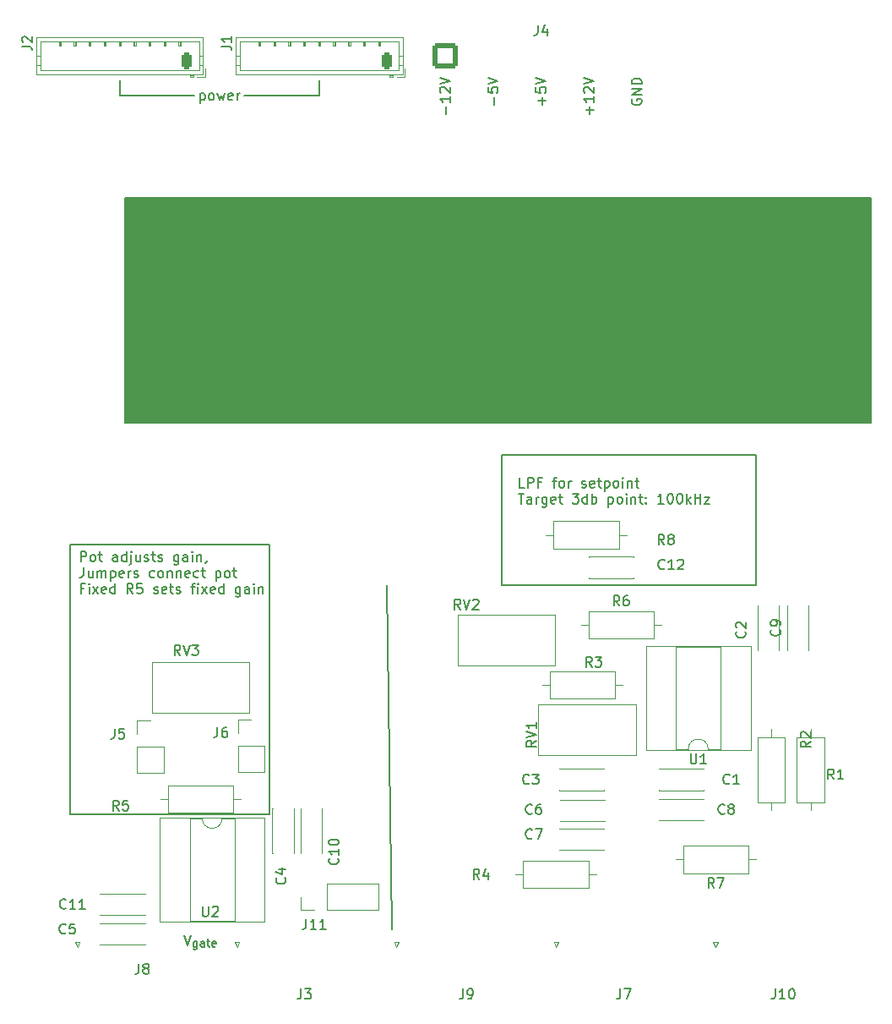
<source format=gto>
G04 #@! TF.GenerationSoftware,KiCad,Pcbnew,8.0.7*
G04 #@! TF.CreationDate,2025-01-07T02:15:50-08:00*
G04 #@! TF.ProjectId,standalone_pi_loop,7374616e-6461-46c6-9f6e-655f70695f6c,rev?*
G04 #@! TF.SameCoordinates,Original*
G04 #@! TF.FileFunction,Legend,Top*
G04 #@! TF.FilePolarity,Positive*
%FSLAX46Y46*%
G04 Gerber Fmt 4.6, Leading zero omitted, Abs format (unit mm)*
G04 Created by KiCad (PCBNEW 8.0.7) date 2025-01-07 02:15:50*
%MOMM*%
%LPD*%
G01*
G04 APERTURE LIST*
G04 Aperture macros list*
%AMRoundRect*
0 Rectangle with rounded corners*
0 $1 Rounding radius*
0 $2 $3 $4 $5 $6 $7 $8 $9 X,Y pos of 4 corners*
0 Add a 4 corners polygon primitive as box body*
4,1,4,$2,$3,$4,$5,$6,$7,$8,$9,$2,$3,0*
0 Add four circle primitives for the rounded corners*
1,1,$1+$1,$2,$3*
1,1,$1+$1,$4,$5*
1,1,$1+$1,$6,$7*
1,1,$1+$1,$8,$9*
0 Add four rect primitives between the rounded corners*
20,1,$1+$1,$2,$3,$4,$5,0*
20,1,$1+$1,$4,$5,$6,$7,0*
20,1,$1+$1,$6,$7,$8,$9,0*
20,1,$1+$1,$8,$9,$2,$3,0*%
G04 Aperture macros list end*
%ADD10C,0.150000*%
%ADD11C,0.120000*%
%ADD12C,1.600000*%
%ADD13R,1.500000X5.080000*%
%ADD14C,1.440000*%
%ADD15RoundRect,0.249999X-1.025001X-1.025001X1.025001X-1.025001X1.025001X1.025001X-1.025001X1.025001X0*%
%ADD16C,2.550000*%
%ADD17RoundRect,0.250000X0.265000X0.615000X-0.265000X0.615000X-0.265000X-0.615000X0.265000X-0.615000X0*%
%ADD18O,1.030000X1.730000*%
%ADD19O,1.600000X1.600000*%
%ADD20R,1.700000X1.700000*%
%ADD21O,1.700000X1.700000*%
%ADD22C,3.200000*%
%ADD23R,2.400000X1.600000*%
%ADD24O,2.400000X1.600000*%
G04 APERTURE END LIST*
D10*
X152500000Y-95000000D02*
X178000000Y-95000000D01*
X178000000Y-108000000D01*
X152500000Y-108000000D01*
X152500000Y-95000000D01*
X114750000Y-69250000D02*
X189500000Y-69250000D01*
X189500000Y-91750000D01*
X114750000Y-91750000D01*
X114750000Y-69250000D01*
G36*
X114750000Y-69250000D02*
G01*
X189500000Y-69250000D01*
X189500000Y-91750000D01*
X114750000Y-91750000D01*
X114750000Y-69250000D01*
G37*
X134250000Y-59000000D02*
X134250000Y-57500000D01*
X126750000Y-59000000D02*
X134250000Y-59000000D01*
X109250000Y-104000000D02*
X129250000Y-104000000D01*
X129250000Y-131000000D01*
X109250000Y-131000000D01*
X109250000Y-104000000D01*
X114250000Y-59000000D02*
X114250000Y-57500000D01*
X141000000Y-108000000D02*
X141500000Y-142500000D01*
X121750000Y-59000000D02*
X114250000Y-59000000D01*
X122321428Y-58788152D02*
X122321428Y-59788152D01*
X122321428Y-58835771D02*
X122416666Y-58788152D01*
X122416666Y-58788152D02*
X122607142Y-58788152D01*
X122607142Y-58788152D02*
X122702380Y-58835771D01*
X122702380Y-58835771D02*
X122749999Y-58883390D01*
X122749999Y-58883390D02*
X122797618Y-58978628D01*
X122797618Y-58978628D02*
X122797618Y-59264342D01*
X122797618Y-59264342D02*
X122749999Y-59359580D01*
X122749999Y-59359580D02*
X122702380Y-59407200D01*
X122702380Y-59407200D02*
X122607142Y-59454819D01*
X122607142Y-59454819D02*
X122416666Y-59454819D01*
X122416666Y-59454819D02*
X122321428Y-59407200D01*
X123369047Y-59454819D02*
X123273809Y-59407200D01*
X123273809Y-59407200D02*
X123226190Y-59359580D01*
X123226190Y-59359580D02*
X123178571Y-59264342D01*
X123178571Y-59264342D02*
X123178571Y-58978628D01*
X123178571Y-58978628D02*
X123226190Y-58883390D01*
X123226190Y-58883390D02*
X123273809Y-58835771D01*
X123273809Y-58835771D02*
X123369047Y-58788152D01*
X123369047Y-58788152D02*
X123511904Y-58788152D01*
X123511904Y-58788152D02*
X123607142Y-58835771D01*
X123607142Y-58835771D02*
X123654761Y-58883390D01*
X123654761Y-58883390D02*
X123702380Y-58978628D01*
X123702380Y-58978628D02*
X123702380Y-59264342D01*
X123702380Y-59264342D02*
X123654761Y-59359580D01*
X123654761Y-59359580D02*
X123607142Y-59407200D01*
X123607142Y-59407200D02*
X123511904Y-59454819D01*
X123511904Y-59454819D02*
X123369047Y-59454819D01*
X124035714Y-58788152D02*
X124226190Y-59454819D01*
X124226190Y-59454819D02*
X124416666Y-58978628D01*
X124416666Y-58978628D02*
X124607142Y-59454819D01*
X124607142Y-59454819D02*
X124797618Y-58788152D01*
X125559523Y-59407200D02*
X125464285Y-59454819D01*
X125464285Y-59454819D02*
X125273809Y-59454819D01*
X125273809Y-59454819D02*
X125178571Y-59407200D01*
X125178571Y-59407200D02*
X125130952Y-59311961D01*
X125130952Y-59311961D02*
X125130952Y-58931009D01*
X125130952Y-58931009D02*
X125178571Y-58835771D01*
X125178571Y-58835771D02*
X125273809Y-58788152D01*
X125273809Y-58788152D02*
X125464285Y-58788152D01*
X125464285Y-58788152D02*
X125559523Y-58835771D01*
X125559523Y-58835771D02*
X125607142Y-58931009D01*
X125607142Y-58931009D02*
X125607142Y-59026247D01*
X125607142Y-59026247D02*
X125130952Y-59121485D01*
X126035714Y-59454819D02*
X126035714Y-58788152D01*
X126035714Y-58978628D02*
X126083333Y-58883390D01*
X126083333Y-58883390D02*
X126130952Y-58835771D01*
X126130952Y-58835771D02*
X126226190Y-58788152D01*
X126226190Y-58788152D02*
X126321428Y-58788152D01*
X151773866Y-59908207D02*
X151773866Y-59146303D01*
X151154819Y-58193922D02*
X151154819Y-58670112D01*
X151154819Y-58670112D02*
X151631009Y-58717731D01*
X151631009Y-58717731D02*
X151583390Y-58670112D01*
X151583390Y-58670112D02*
X151535771Y-58574874D01*
X151535771Y-58574874D02*
X151535771Y-58336779D01*
X151535771Y-58336779D02*
X151583390Y-58241541D01*
X151583390Y-58241541D02*
X151631009Y-58193922D01*
X151631009Y-58193922D02*
X151726247Y-58146303D01*
X151726247Y-58146303D02*
X151964342Y-58146303D01*
X151964342Y-58146303D02*
X152059580Y-58193922D01*
X152059580Y-58193922D02*
X152107200Y-58241541D01*
X152107200Y-58241541D02*
X152154819Y-58336779D01*
X152154819Y-58336779D02*
X152154819Y-58574874D01*
X152154819Y-58574874D02*
X152107200Y-58670112D01*
X152107200Y-58670112D02*
X152059580Y-58717731D01*
X151154819Y-57860588D02*
X152154819Y-57527255D01*
X152154819Y-57527255D02*
X151154819Y-57193922D01*
X146973866Y-60860588D02*
X146973866Y-60098684D01*
X147354819Y-59098684D02*
X147354819Y-59670112D01*
X147354819Y-59384398D02*
X146354819Y-59384398D01*
X146354819Y-59384398D02*
X146497676Y-59479636D01*
X146497676Y-59479636D02*
X146592914Y-59574874D01*
X146592914Y-59574874D02*
X146640533Y-59670112D01*
X146450057Y-58717731D02*
X146402438Y-58670112D01*
X146402438Y-58670112D02*
X146354819Y-58574874D01*
X146354819Y-58574874D02*
X146354819Y-58336779D01*
X146354819Y-58336779D02*
X146402438Y-58241541D01*
X146402438Y-58241541D02*
X146450057Y-58193922D01*
X146450057Y-58193922D02*
X146545295Y-58146303D01*
X146545295Y-58146303D02*
X146640533Y-58146303D01*
X146640533Y-58146303D02*
X146783390Y-58193922D01*
X146783390Y-58193922D02*
X147354819Y-58765350D01*
X147354819Y-58765350D02*
X147354819Y-58146303D01*
X146354819Y-57860588D02*
X147354819Y-57527255D01*
X147354819Y-57527255D02*
X146354819Y-57193922D01*
X156573866Y-59908207D02*
X156573866Y-59146303D01*
X156954819Y-59527255D02*
X156192914Y-59527255D01*
X155954819Y-58193922D02*
X155954819Y-58670112D01*
X155954819Y-58670112D02*
X156431009Y-58717731D01*
X156431009Y-58717731D02*
X156383390Y-58670112D01*
X156383390Y-58670112D02*
X156335771Y-58574874D01*
X156335771Y-58574874D02*
X156335771Y-58336779D01*
X156335771Y-58336779D02*
X156383390Y-58241541D01*
X156383390Y-58241541D02*
X156431009Y-58193922D01*
X156431009Y-58193922D02*
X156526247Y-58146303D01*
X156526247Y-58146303D02*
X156764342Y-58146303D01*
X156764342Y-58146303D02*
X156859580Y-58193922D01*
X156859580Y-58193922D02*
X156907200Y-58241541D01*
X156907200Y-58241541D02*
X156954819Y-58336779D01*
X156954819Y-58336779D02*
X156954819Y-58574874D01*
X156954819Y-58574874D02*
X156907200Y-58670112D01*
X156907200Y-58670112D02*
X156859580Y-58717731D01*
X155954819Y-57860588D02*
X156954819Y-57527255D01*
X156954819Y-57527255D02*
X155954819Y-57193922D01*
X154812969Y-98259875D02*
X154336779Y-98259875D01*
X154336779Y-98259875D02*
X154336779Y-97259875D01*
X155146303Y-98259875D02*
X155146303Y-97259875D01*
X155146303Y-97259875D02*
X155527255Y-97259875D01*
X155527255Y-97259875D02*
X155622493Y-97307494D01*
X155622493Y-97307494D02*
X155670112Y-97355113D01*
X155670112Y-97355113D02*
X155717731Y-97450351D01*
X155717731Y-97450351D02*
X155717731Y-97593208D01*
X155717731Y-97593208D02*
X155670112Y-97688446D01*
X155670112Y-97688446D02*
X155622493Y-97736065D01*
X155622493Y-97736065D02*
X155527255Y-97783684D01*
X155527255Y-97783684D02*
X155146303Y-97783684D01*
X156479636Y-97736065D02*
X156146303Y-97736065D01*
X156146303Y-98259875D02*
X156146303Y-97259875D01*
X156146303Y-97259875D02*
X156622493Y-97259875D01*
X157622494Y-97593208D02*
X158003446Y-97593208D01*
X157765351Y-98259875D02*
X157765351Y-97402732D01*
X157765351Y-97402732D02*
X157812970Y-97307494D01*
X157812970Y-97307494D02*
X157908208Y-97259875D01*
X157908208Y-97259875D02*
X158003446Y-97259875D01*
X158479637Y-98259875D02*
X158384399Y-98212256D01*
X158384399Y-98212256D02*
X158336780Y-98164636D01*
X158336780Y-98164636D02*
X158289161Y-98069398D01*
X158289161Y-98069398D02*
X158289161Y-97783684D01*
X158289161Y-97783684D02*
X158336780Y-97688446D01*
X158336780Y-97688446D02*
X158384399Y-97640827D01*
X158384399Y-97640827D02*
X158479637Y-97593208D01*
X158479637Y-97593208D02*
X158622494Y-97593208D01*
X158622494Y-97593208D02*
X158717732Y-97640827D01*
X158717732Y-97640827D02*
X158765351Y-97688446D01*
X158765351Y-97688446D02*
X158812970Y-97783684D01*
X158812970Y-97783684D02*
X158812970Y-98069398D01*
X158812970Y-98069398D02*
X158765351Y-98164636D01*
X158765351Y-98164636D02*
X158717732Y-98212256D01*
X158717732Y-98212256D02*
X158622494Y-98259875D01*
X158622494Y-98259875D02*
X158479637Y-98259875D01*
X159241542Y-98259875D02*
X159241542Y-97593208D01*
X159241542Y-97783684D02*
X159289161Y-97688446D01*
X159289161Y-97688446D02*
X159336780Y-97640827D01*
X159336780Y-97640827D02*
X159432018Y-97593208D01*
X159432018Y-97593208D02*
X159527256Y-97593208D01*
X160574876Y-98212256D02*
X160670114Y-98259875D01*
X160670114Y-98259875D02*
X160860590Y-98259875D01*
X160860590Y-98259875D02*
X160955828Y-98212256D01*
X160955828Y-98212256D02*
X161003447Y-98117017D01*
X161003447Y-98117017D02*
X161003447Y-98069398D01*
X161003447Y-98069398D02*
X160955828Y-97974160D01*
X160955828Y-97974160D02*
X160860590Y-97926541D01*
X160860590Y-97926541D02*
X160717733Y-97926541D01*
X160717733Y-97926541D02*
X160622495Y-97878922D01*
X160622495Y-97878922D02*
X160574876Y-97783684D01*
X160574876Y-97783684D02*
X160574876Y-97736065D01*
X160574876Y-97736065D02*
X160622495Y-97640827D01*
X160622495Y-97640827D02*
X160717733Y-97593208D01*
X160717733Y-97593208D02*
X160860590Y-97593208D01*
X160860590Y-97593208D02*
X160955828Y-97640827D01*
X161812971Y-98212256D02*
X161717733Y-98259875D01*
X161717733Y-98259875D02*
X161527257Y-98259875D01*
X161527257Y-98259875D02*
X161432019Y-98212256D01*
X161432019Y-98212256D02*
X161384400Y-98117017D01*
X161384400Y-98117017D02*
X161384400Y-97736065D01*
X161384400Y-97736065D02*
X161432019Y-97640827D01*
X161432019Y-97640827D02*
X161527257Y-97593208D01*
X161527257Y-97593208D02*
X161717733Y-97593208D01*
X161717733Y-97593208D02*
X161812971Y-97640827D01*
X161812971Y-97640827D02*
X161860590Y-97736065D01*
X161860590Y-97736065D02*
X161860590Y-97831303D01*
X161860590Y-97831303D02*
X161384400Y-97926541D01*
X162146305Y-97593208D02*
X162527257Y-97593208D01*
X162289162Y-97259875D02*
X162289162Y-98117017D01*
X162289162Y-98117017D02*
X162336781Y-98212256D01*
X162336781Y-98212256D02*
X162432019Y-98259875D01*
X162432019Y-98259875D02*
X162527257Y-98259875D01*
X162860591Y-97593208D02*
X162860591Y-98593208D01*
X162860591Y-97640827D02*
X162955829Y-97593208D01*
X162955829Y-97593208D02*
X163146305Y-97593208D01*
X163146305Y-97593208D02*
X163241543Y-97640827D01*
X163241543Y-97640827D02*
X163289162Y-97688446D01*
X163289162Y-97688446D02*
X163336781Y-97783684D01*
X163336781Y-97783684D02*
X163336781Y-98069398D01*
X163336781Y-98069398D02*
X163289162Y-98164636D01*
X163289162Y-98164636D02*
X163241543Y-98212256D01*
X163241543Y-98212256D02*
X163146305Y-98259875D01*
X163146305Y-98259875D02*
X162955829Y-98259875D01*
X162955829Y-98259875D02*
X162860591Y-98212256D01*
X163908210Y-98259875D02*
X163812972Y-98212256D01*
X163812972Y-98212256D02*
X163765353Y-98164636D01*
X163765353Y-98164636D02*
X163717734Y-98069398D01*
X163717734Y-98069398D02*
X163717734Y-97783684D01*
X163717734Y-97783684D02*
X163765353Y-97688446D01*
X163765353Y-97688446D02*
X163812972Y-97640827D01*
X163812972Y-97640827D02*
X163908210Y-97593208D01*
X163908210Y-97593208D02*
X164051067Y-97593208D01*
X164051067Y-97593208D02*
X164146305Y-97640827D01*
X164146305Y-97640827D02*
X164193924Y-97688446D01*
X164193924Y-97688446D02*
X164241543Y-97783684D01*
X164241543Y-97783684D02*
X164241543Y-98069398D01*
X164241543Y-98069398D02*
X164193924Y-98164636D01*
X164193924Y-98164636D02*
X164146305Y-98212256D01*
X164146305Y-98212256D02*
X164051067Y-98259875D01*
X164051067Y-98259875D02*
X163908210Y-98259875D01*
X164670115Y-98259875D02*
X164670115Y-97593208D01*
X164670115Y-97259875D02*
X164622496Y-97307494D01*
X164622496Y-97307494D02*
X164670115Y-97355113D01*
X164670115Y-97355113D02*
X164717734Y-97307494D01*
X164717734Y-97307494D02*
X164670115Y-97259875D01*
X164670115Y-97259875D02*
X164670115Y-97355113D01*
X165146305Y-97593208D02*
X165146305Y-98259875D01*
X165146305Y-97688446D02*
X165193924Y-97640827D01*
X165193924Y-97640827D02*
X165289162Y-97593208D01*
X165289162Y-97593208D02*
X165432019Y-97593208D01*
X165432019Y-97593208D02*
X165527257Y-97640827D01*
X165527257Y-97640827D02*
X165574876Y-97736065D01*
X165574876Y-97736065D02*
X165574876Y-98259875D01*
X165908210Y-97593208D02*
X166289162Y-97593208D01*
X166051067Y-97259875D02*
X166051067Y-98117017D01*
X166051067Y-98117017D02*
X166098686Y-98212256D01*
X166098686Y-98212256D02*
X166193924Y-98259875D01*
X166193924Y-98259875D02*
X166289162Y-98259875D01*
X154193922Y-98869819D02*
X154765350Y-98869819D01*
X154479636Y-99869819D02*
X154479636Y-98869819D01*
X155527255Y-99869819D02*
X155527255Y-99346009D01*
X155527255Y-99346009D02*
X155479636Y-99250771D01*
X155479636Y-99250771D02*
X155384398Y-99203152D01*
X155384398Y-99203152D02*
X155193922Y-99203152D01*
X155193922Y-99203152D02*
X155098684Y-99250771D01*
X155527255Y-99822200D02*
X155432017Y-99869819D01*
X155432017Y-99869819D02*
X155193922Y-99869819D01*
X155193922Y-99869819D02*
X155098684Y-99822200D01*
X155098684Y-99822200D02*
X155051065Y-99726961D01*
X155051065Y-99726961D02*
X155051065Y-99631723D01*
X155051065Y-99631723D02*
X155098684Y-99536485D01*
X155098684Y-99536485D02*
X155193922Y-99488866D01*
X155193922Y-99488866D02*
X155432017Y-99488866D01*
X155432017Y-99488866D02*
X155527255Y-99441247D01*
X156003446Y-99869819D02*
X156003446Y-99203152D01*
X156003446Y-99393628D02*
X156051065Y-99298390D01*
X156051065Y-99298390D02*
X156098684Y-99250771D01*
X156098684Y-99250771D02*
X156193922Y-99203152D01*
X156193922Y-99203152D02*
X156289160Y-99203152D01*
X157051065Y-99203152D02*
X157051065Y-100012676D01*
X157051065Y-100012676D02*
X157003446Y-100107914D01*
X157003446Y-100107914D02*
X156955827Y-100155533D01*
X156955827Y-100155533D02*
X156860589Y-100203152D01*
X156860589Y-100203152D02*
X156717732Y-100203152D01*
X156717732Y-100203152D02*
X156622494Y-100155533D01*
X157051065Y-99822200D02*
X156955827Y-99869819D01*
X156955827Y-99869819D02*
X156765351Y-99869819D01*
X156765351Y-99869819D02*
X156670113Y-99822200D01*
X156670113Y-99822200D02*
X156622494Y-99774580D01*
X156622494Y-99774580D02*
X156574875Y-99679342D01*
X156574875Y-99679342D02*
X156574875Y-99393628D01*
X156574875Y-99393628D02*
X156622494Y-99298390D01*
X156622494Y-99298390D02*
X156670113Y-99250771D01*
X156670113Y-99250771D02*
X156765351Y-99203152D01*
X156765351Y-99203152D02*
X156955827Y-99203152D01*
X156955827Y-99203152D02*
X157051065Y-99250771D01*
X157908208Y-99822200D02*
X157812970Y-99869819D01*
X157812970Y-99869819D02*
X157622494Y-99869819D01*
X157622494Y-99869819D02*
X157527256Y-99822200D01*
X157527256Y-99822200D02*
X157479637Y-99726961D01*
X157479637Y-99726961D02*
X157479637Y-99346009D01*
X157479637Y-99346009D02*
X157527256Y-99250771D01*
X157527256Y-99250771D02*
X157622494Y-99203152D01*
X157622494Y-99203152D02*
X157812970Y-99203152D01*
X157812970Y-99203152D02*
X157908208Y-99250771D01*
X157908208Y-99250771D02*
X157955827Y-99346009D01*
X157955827Y-99346009D02*
X157955827Y-99441247D01*
X157955827Y-99441247D02*
X157479637Y-99536485D01*
X158241542Y-99203152D02*
X158622494Y-99203152D01*
X158384399Y-98869819D02*
X158384399Y-99726961D01*
X158384399Y-99726961D02*
X158432018Y-99822200D01*
X158432018Y-99822200D02*
X158527256Y-99869819D01*
X158527256Y-99869819D02*
X158622494Y-99869819D01*
X159622495Y-98869819D02*
X160241542Y-98869819D01*
X160241542Y-98869819D02*
X159908209Y-99250771D01*
X159908209Y-99250771D02*
X160051066Y-99250771D01*
X160051066Y-99250771D02*
X160146304Y-99298390D01*
X160146304Y-99298390D02*
X160193923Y-99346009D01*
X160193923Y-99346009D02*
X160241542Y-99441247D01*
X160241542Y-99441247D02*
X160241542Y-99679342D01*
X160241542Y-99679342D02*
X160193923Y-99774580D01*
X160193923Y-99774580D02*
X160146304Y-99822200D01*
X160146304Y-99822200D02*
X160051066Y-99869819D01*
X160051066Y-99869819D02*
X159765352Y-99869819D01*
X159765352Y-99869819D02*
X159670114Y-99822200D01*
X159670114Y-99822200D02*
X159622495Y-99774580D01*
X161098685Y-99869819D02*
X161098685Y-98869819D01*
X161098685Y-99822200D02*
X161003447Y-99869819D01*
X161003447Y-99869819D02*
X160812971Y-99869819D01*
X160812971Y-99869819D02*
X160717733Y-99822200D01*
X160717733Y-99822200D02*
X160670114Y-99774580D01*
X160670114Y-99774580D02*
X160622495Y-99679342D01*
X160622495Y-99679342D02*
X160622495Y-99393628D01*
X160622495Y-99393628D02*
X160670114Y-99298390D01*
X160670114Y-99298390D02*
X160717733Y-99250771D01*
X160717733Y-99250771D02*
X160812971Y-99203152D01*
X160812971Y-99203152D02*
X161003447Y-99203152D01*
X161003447Y-99203152D02*
X161098685Y-99250771D01*
X161574876Y-99869819D02*
X161574876Y-98869819D01*
X161574876Y-99250771D02*
X161670114Y-99203152D01*
X161670114Y-99203152D02*
X161860590Y-99203152D01*
X161860590Y-99203152D02*
X161955828Y-99250771D01*
X161955828Y-99250771D02*
X162003447Y-99298390D01*
X162003447Y-99298390D02*
X162051066Y-99393628D01*
X162051066Y-99393628D02*
X162051066Y-99679342D01*
X162051066Y-99679342D02*
X162003447Y-99774580D01*
X162003447Y-99774580D02*
X161955828Y-99822200D01*
X161955828Y-99822200D02*
X161860590Y-99869819D01*
X161860590Y-99869819D02*
X161670114Y-99869819D01*
X161670114Y-99869819D02*
X161574876Y-99822200D01*
X163241543Y-99203152D02*
X163241543Y-100203152D01*
X163241543Y-99250771D02*
X163336781Y-99203152D01*
X163336781Y-99203152D02*
X163527257Y-99203152D01*
X163527257Y-99203152D02*
X163622495Y-99250771D01*
X163622495Y-99250771D02*
X163670114Y-99298390D01*
X163670114Y-99298390D02*
X163717733Y-99393628D01*
X163717733Y-99393628D02*
X163717733Y-99679342D01*
X163717733Y-99679342D02*
X163670114Y-99774580D01*
X163670114Y-99774580D02*
X163622495Y-99822200D01*
X163622495Y-99822200D02*
X163527257Y-99869819D01*
X163527257Y-99869819D02*
X163336781Y-99869819D01*
X163336781Y-99869819D02*
X163241543Y-99822200D01*
X164289162Y-99869819D02*
X164193924Y-99822200D01*
X164193924Y-99822200D02*
X164146305Y-99774580D01*
X164146305Y-99774580D02*
X164098686Y-99679342D01*
X164098686Y-99679342D02*
X164098686Y-99393628D01*
X164098686Y-99393628D02*
X164146305Y-99298390D01*
X164146305Y-99298390D02*
X164193924Y-99250771D01*
X164193924Y-99250771D02*
X164289162Y-99203152D01*
X164289162Y-99203152D02*
X164432019Y-99203152D01*
X164432019Y-99203152D02*
X164527257Y-99250771D01*
X164527257Y-99250771D02*
X164574876Y-99298390D01*
X164574876Y-99298390D02*
X164622495Y-99393628D01*
X164622495Y-99393628D02*
X164622495Y-99679342D01*
X164622495Y-99679342D02*
X164574876Y-99774580D01*
X164574876Y-99774580D02*
X164527257Y-99822200D01*
X164527257Y-99822200D02*
X164432019Y-99869819D01*
X164432019Y-99869819D02*
X164289162Y-99869819D01*
X165051067Y-99869819D02*
X165051067Y-99203152D01*
X165051067Y-98869819D02*
X165003448Y-98917438D01*
X165003448Y-98917438D02*
X165051067Y-98965057D01*
X165051067Y-98965057D02*
X165098686Y-98917438D01*
X165098686Y-98917438D02*
X165051067Y-98869819D01*
X165051067Y-98869819D02*
X165051067Y-98965057D01*
X165527257Y-99203152D02*
X165527257Y-99869819D01*
X165527257Y-99298390D02*
X165574876Y-99250771D01*
X165574876Y-99250771D02*
X165670114Y-99203152D01*
X165670114Y-99203152D02*
X165812971Y-99203152D01*
X165812971Y-99203152D02*
X165908209Y-99250771D01*
X165908209Y-99250771D02*
X165955828Y-99346009D01*
X165955828Y-99346009D02*
X165955828Y-99869819D01*
X166289162Y-99203152D02*
X166670114Y-99203152D01*
X166432019Y-98869819D02*
X166432019Y-99726961D01*
X166432019Y-99726961D02*
X166479638Y-99822200D01*
X166479638Y-99822200D02*
X166574876Y-99869819D01*
X166574876Y-99869819D02*
X166670114Y-99869819D01*
X167003448Y-99774580D02*
X167051067Y-99822200D01*
X167051067Y-99822200D02*
X167003448Y-99869819D01*
X167003448Y-99869819D02*
X166955829Y-99822200D01*
X166955829Y-99822200D02*
X167003448Y-99774580D01*
X167003448Y-99774580D02*
X167003448Y-99869819D01*
X167003448Y-99250771D02*
X167051067Y-99298390D01*
X167051067Y-99298390D02*
X167003448Y-99346009D01*
X167003448Y-99346009D02*
X166955829Y-99298390D01*
X166955829Y-99298390D02*
X167003448Y-99250771D01*
X167003448Y-99250771D02*
X167003448Y-99346009D01*
X168765352Y-99869819D02*
X168193924Y-99869819D01*
X168479638Y-99869819D02*
X168479638Y-98869819D01*
X168479638Y-98869819D02*
X168384400Y-99012676D01*
X168384400Y-99012676D02*
X168289162Y-99107914D01*
X168289162Y-99107914D02*
X168193924Y-99155533D01*
X169384400Y-98869819D02*
X169479638Y-98869819D01*
X169479638Y-98869819D02*
X169574876Y-98917438D01*
X169574876Y-98917438D02*
X169622495Y-98965057D01*
X169622495Y-98965057D02*
X169670114Y-99060295D01*
X169670114Y-99060295D02*
X169717733Y-99250771D01*
X169717733Y-99250771D02*
X169717733Y-99488866D01*
X169717733Y-99488866D02*
X169670114Y-99679342D01*
X169670114Y-99679342D02*
X169622495Y-99774580D01*
X169622495Y-99774580D02*
X169574876Y-99822200D01*
X169574876Y-99822200D02*
X169479638Y-99869819D01*
X169479638Y-99869819D02*
X169384400Y-99869819D01*
X169384400Y-99869819D02*
X169289162Y-99822200D01*
X169289162Y-99822200D02*
X169241543Y-99774580D01*
X169241543Y-99774580D02*
X169193924Y-99679342D01*
X169193924Y-99679342D02*
X169146305Y-99488866D01*
X169146305Y-99488866D02*
X169146305Y-99250771D01*
X169146305Y-99250771D02*
X169193924Y-99060295D01*
X169193924Y-99060295D02*
X169241543Y-98965057D01*
X169241543Y-98965057D02*
X169289162Y-98917438D01*
X169289162Y-98917438D02*
X169384400Y-98869819D01*
X170336781Y-98869819D02*
X170432019Y-98869819D01*
X170432019Y-98869819D02*
X170527257Y-98917438D01*
X170527257Y-98917438D02*
X170574876Y-98965057D01*
X170574876Y-98965057D02*
X170622495Y-99060295D01*
X170622495Y-99060295D02*
X170670114Y-99250771D01*
X170670114Y-99250771D02*
X170670114Y-99488866D01*
X170670114Y-99488866D02*
X170622495Y-99679342D01*
X170622495Y-99679342D02*
X170574876Y-99774580D01*
X170574876Y-99774580D02*
X170527257Y-99822200D01*
X170527257Y-99822200D02*
X170432019Y-99869819D01*
X170432019Y-99869819D02*
X170336781Y-99869819D01*
X170336781Y-99869819D02*
X170241543Y-99822200D01*
X170241543Y-99822200D02*
X170193924Y-99774580D01*
X170193924Y-99774580D02*
X170146305Y-99679342D01*
X170146305Y-99679342D02*
X170098686Y-99488866D01*
X170098686Y-99488866D02*
X170098686Y-99250771D01*
X170098686Y-99250771D02*
X170146305Y-99060295D01*
X170146305Y-99060295D02*
X170193924Y-98965057D01*
X170193924Y-98965057D02*
X170241543Y-98917438D01*
X170241543Y-98917438D02*
X170336781Y-98869819D01*
X171098686Y-99869819D02*
X171098686Y-98869819D01*
X171193924Y-99488866D02*
X171479638Y-99869819D01*
X171479638Y-99203152D02*
X171098686Y-99584104D01*
X171908210Y-99869819D02*
X171908210Y-98869819D01*
X171908210Y-99346009D02*
X172479638Y-99346009D01*
X172479638Y-99869819D02*
X172479638Y-98869819D01*
X172860591Y-99203152D02*
X173384400Y-99203152D01*
X173384400Y-99203152D02*
X172860591Y-99869819D01*
X172860591Y-99869819D02*
X173384400Y-99869819D01*
X161373866Y-60860588D02*
X161373866Y-60098684D01*
X161754819Y-60479636D02*
X160992914Y-60479636D01*
X161754819Y-59098684D02*
X161754819Y-59670112D01*
X161754819Y-59384398D02*
X160754819Y-59384398D01*
X160754819Y-59384398D02*
X160897676Y-59479636D01*
X160897676Y-59479636D02*
X160992914Y-59574874D01*
X160992914Y-59574874D02*
X161040533Y-59670112D01*
X160850057Y-58717731D02*
X160802438Y-58670112D01*
X160802438Y-58670112D02*
X160754819Y-58574874D01*
X160754819Y-58574874D02*
X160754819Y-58336779D01*
X160754819Y-58336779D02*
X160802438Y-58241541D01*
X160802438Y-58241541D02*
X160850057Y-58193922D01*
X160850057Y-58193922D02*
X160945295Y-58146303D01*
X160945295Y-58146303D02*
X161040533Y-58146303D01*
X161040533Y-58146303D02*
X161183390Y-58193922D01*
X161183390Y-58193922D02*
X161754819Y-58765350D01*
X161754819Y-58765350D02*
X161754819Y-58146303D01*
X160754819Y-57860588D02*
X161754819Y-57527255D01*
X161754819Y-57527255D02*
X160754819Y-57193922D01*
X120693922Y-143119819D02*
X121027255Y-144119819D01*
X121027255Y-144119819D02*
X121360588Y-143119819D01*
X121989160Y-143696961D02*
X121989160Y-144344580D01*
X121989160Y-144344580D02*
X121951065Y-144420771D01*
X121951065Y-144420771D02*
X121912969Y-144458866D01*
X121912969Y-144458866D02*
X121836779Y-144496961D01*
X121836779Y-144496961D02*
X121722493Y-144496961D01*
X121722493Y-144496961D02*
X121646303Y-144458866D01*
X121989160Y-144192200D02*
X121912969Y-144230295D01*
X121912969Y-144230295D02*
X121760588Y-144230295D01*
X121760588Y-144230295D02*
X121684398Y-144192200D01*
X121684398Y-144192200D02*
X121646303Y-144154104D01*
X121646303Y-144154104D02*
X121608207Y-144077914D01*
X121608207Y-144077914D02*
X121608207Y-143849342D01*
X121608207Y-143849342D02*
X121646303Y-143773152D01*
X121646303Y-143773152D02*
X121684398Y-143735057D01*
X121684398Y-143735057D02*
X121760588Y-143696961D01*
X121760588Y-143696961D02*
X121912969Y-143696961D01*
X121912969Y-143696961D02*
X121989160Y-143735057D01*
X122712970Y-144230295D02*
X122712970Y-143811247D01*
X122712970Y-143811247D02*
X122674875Y-143735057D01*
X122674875Y-143735057D02*
X122598684Y-143696961D01*
X122598684Y-143696961D02*
X122446303Y-143696961D01*
X122446303Y-143696961D02*
X122370113Y-143735057D01*
X122712970Y-144192200D02*
X122636779Y-144230295D01*
X122636779Y-144230295D02*
X122446303Y-144230295D01*
X122446303Y-144230295D02*
X122370113Y-144192200D01*
X122370113Y-144192200D02*
X122332017Y-144116009D01*
X122332017Y-144116009D02*
X122332017Y-144039819D01*
X122332017Y-144039819D02*
X122370113Y-143963628D01*
X122370113Y-143963628D02*
X122446303Y-143925533D01*
X122446303Y-143925533D02*
X122636779Y-143925533D01*
X122636779Y-143925533D02*
X122712970Y-143887438D01*
X122979637Y-143696961D02*
X123284399Y-143696961D01*
X123093923Y-143430295D02*
X123093923Y-144116009D01*
X123093923Y-144116009D02*
X123132018Y-144192200D01*
X123132018Y-144192200D02*
X123208208Y-144230295D01*
X123208208Y-144230295D02*
X123284399Y-144230295D01*
X123855828Y-144192200D02*
X123779637Y-144230295D01*
X123779637Y-144230295D02*
X123627256Y-144230295D01*
X123627256Y-144230295D02*
X123551066Y-144192200D01*
X123551066Y-144192200D02*
X123512970Y-144116009D01*
X123512970Y-144116009D02*
X123512970Y-143811247D01*
X123512970Y-143811247D02*
X123551066Y-143735057D01*
X123551066Y-143735057D02*
X123627256Y-143696961D01*
X123627256Y-143696961D02*
X123779637Y-143696961D01*
X123779637Y-143696961D02*
X123855828Y-143735057D01*
X123855828Y-143735057D02*
X123893923Y-143811247D01*
X123893923Y-143811247D02*
X123893923Y-143887438D01*
X123893923Y-143887438D02*
X123512970Y-143963628D01*
X165602438Y-59384398D02*
X165554819Y-59479636D01*
X165554819Y-59479636D02*
X165554819Y-59622493D01*
X165554819Y-59622493D02*
X165602438Y-59765350D01*
X165602438Y-59765350D02*
X165697676Y-59860588D01*
X165697676Y-59860588D02*
X165792914Y-59908207D01*
X165792914Y-59908207D02*
X165983390Y-59955826D01*
X165983390Y-59955826D02*
X166126247Y-59955826D01*
X166126247Y-59955826D02*
X166316723Y-59908207D01*
X166316723Y-59908207D02*
X166411961Y-59860588D01*
X166411961Y-59860588D02*
X166507200Y-59765350D01*
X166507200Y-59765350D02*
X166554819Y-59622493D01*
X166554819Y-59622493D02*
X166554819Y-59527255D01*
X166554819Y-59527255D02*
X166507200Y-59384398D01*
X166507200Y-59384398D02*
X166459580Y-59336779D01*
X166459580Y-59336779D02*
X166126247Y-59336779D01*
X166126247Y-59336779D02*
X166126247Y-59527255D01*
X166554819Y-58908207D02*
X165554819Y-58908207D01*
X165554819Y-58908207D02*
X166554819Y-58336779D01*
X166554819Y-58336779D02*
X165554819Y-58336779D01*
X166554819Y-57860588D02*
X165554819Y-57860588D01*
X165554819Y-57860588D02*
X165554819Y-57622493D01*
X165554819Y-57622493D02*
X165602438Y-57479636D01*
X165602438Y-57479636D02*
X165697676Y-57384398D01*
X165697676Y-57384398D02*
X165792914Y-57336779D01*
X165792914Y-57336779D02*
X165983390Y-57289160D01*
X165983390Y-57289160D02*
X166126247Y-57289160D01*
X166126247Y-57289160D02*
X166316723Y-57336779D01*
X166316723Y-57336779D02*
X166411961Y-57384398D01*
X166411961Y-57384398D02*
X166507200Y-57479636D01*
X166507200Y-57479636D02*
X166554819Y-57622493D01*
X166554819Y-57622493D02*
X166554819Y-57860588D01*
X110336779Y-105649931D02*
X110336779Y-104649931D01*
X110336779Y-104649931D02*
X110717731Y-104649931D01*
X110717731Y-104649931D02*
X110812969Y-104697550D01*
X110812969Y-104697550D02*
X110860588Y-104745169D01*
X110860588Y-104745169D02*
X110908207Y-104840407D01*
X110908207Y-104840407D02*
X110908207Y-104983264D01*
X110908207Y-104983264D02*
X110860588Y-105078502D01*
X110860588Y-105078502D02*
X110812969Y-105126121D01*
X110812969Y-105126121D02*
X110717731Y-105173740D01*
X110717731Y-105173740D02*
X110336779Y-105173740D01*
X111479636Y-105649931D02*
X111384398Y-105602312D01*
X111384398Y-105602312D02*
X111336779Y-105554692D01*
X111336779Y-105554692D02*
X111289160Y-105459454D01*
X111289160Y-105459454D02*
X111289160Y-105173740D01*
X111289160Y-105173740D02*
X111336779Y-105078502D01*
X111336779Y-105078502D02*
X111384398Y-105030883D01*
X111384398Y-105030883D02*
X111479636Y-104983264D01*
X111479636Y-104983264D02*
X111622493Y-104983264D01*
X111622493Y-104983264D02*
X111717731Y-105030883D01*
X111717731Y-105030883D02*
X111765350Y-105078502D01*
X111765350Y-105078502D02*
X111812969Y-105173740D01*
X111812969Y-105173740D02*
X111812969Y-105459454D01*
X111812969Y-105459454D02*
X111765350Y-105554692D01*
X111765350Y-105554692D02*
X111717731Y-105602312D01*
X111717731Y-105602312D02*
X111622493Y-105649931D01*
X111622493Y-105649931D02*
X111479636Y-105649931D01*
X112098684Y-104983264D02*
X112479636Y-104983264D01*
X112241541Y-104649931D02*
X112241541Y-105507073D01*
X112241541Y-105507073D02*
X112289160Y-105602312D01*
X112289160Y-105602312D02*
X112384398Y-105649931D01*
X112384398Y-105649931D02*
X112479636Y-105649931D01*
X114003446Y-105649931D02*
X114003446Y-105126121D01*
X114003446Y-105126121D02*
X113955827Y-105030883D01*
X113955827Y-105030883D02*
X113860589Y-104983264D01*
X113860589Y-104983264D02*
X113670113Y-104983264D01*
X113670113Y-104983264D02*
X113574875Y-105030883D01*
X114003446Y-105602312D02*
X113908208Y-105649931D01*
X113908208Y-105649931D02*
X113670113Y-105649931D01*
X113670113Y-105649931D02*
X113574875Y-105602312D01*
X113574875Y-105602312D02*
X113527256Y-105507073D01*
X113527256Y-105507073D02*
X113527256Y-105411835D01*
X113527256Y-105411835D02*
X113574875Y-105316597D01*
X113574875Y-105316597D02*
X113670113Y-105268978D01*
X113670113Y-105268978D02*
X113908208Y-105268978D01*
X113908208Y-105268978D02*
X114003446Y-105221359D01*
X114908208Y-105649931D02*
X114908208Y-104649931D01*
X114908208Y-105602312D02*
X114812970Y-105649931D01*
X114812970Y-105649931D02*
X114622494Y-105649931D01*
X114622494Y-105649931D02*
X114527256Y-105602312D01*
X114527256Y-105602312D02*
X114479637Y-105554692D01*
X114479637Y-105554692D02*
X114432018Y-105459454D01*
X114432018Y-105459454D02*
X114432018Y-105173740D01*
X114432018Y-105173740D02*
X114479637Y-105078502D01*
X114479637Y-105078502D02*
X114527256Y-105030883D01*
X114527256Y-105030883D02*
X114622494Y-104983264D01*
X114622494Y-104983264D02*
X114812970Y-104983264D01*
X114812970Y-104983264D02*
X114908208Y-105030883D01*
X115384399Y-104983264D02*
X115384399Y-105840407D01*
X115384399Y-105840407D02*
X115336780Y-105935645D01*
X115336780Y-105935645D02*
X115241542Y-105983264D01*
X115241542Y-105983264D02*
X115193923Y-105983264D01*
X115384399Y-104649931D02*
X115336780Y-104697550D01*
X115336780Y-104697550D02*
X115384399Y-104745169D01*
X115384399Y-104745169D02*
X115432018Y-104697550D01*
X115432018Y-104697550D02*
X115384399Y-104649931D01*
X115384399Y-104649931D02*
X115384399Y-104745169D01*
X116289160Y-104983264D02*
X116289160Y-105649931D01*
X115860589Y-104983264D02*
X115860589Y-105507073D01*
X115860589Y-105507073D02*
X115908208Y-105602312D01*
X115908208Y-105602312D02*
X116003446Y-105649931D01*
X116003446Y-105649931D02*
X116146303Y-105649931D01*
X116146303Y-105649931D02*
X116241541Y-105602312D01*
X116241541Y-105602312D02*
X116289160Y-105554692D01*
X116717732Y-105602312D02*
X116812970Y-105649931D01*
X116812970Y-105649931D02*
X117003446Y-105649931D01*
X117003446Y-105649931D02*
X117098684Y-105602312D01*
X117098684Y-105602312D02*
X117146303Y-105507073D01*
X117146303Y-105507073D02*
X117146303Y-105459454D01*
X117146303Y-105459454D02*
X117098684Y-105364216D01*
X117098684Y-105364216D02*
X117003446Y-105316597D01*
X117003446Y-105316597D02*
X116860589Y-105316597D01*
X116860589Y-105316597D02*
X116765351Y-105268978D01*
X116765351Y-105268978D02*
X116717732Y-105173740D01*
X116717732Y-105173740D02*
X116717732Y-105126121D01*
X116717732Y-105126121D02*
X116765351Y-105030883D01*
X116765351Y-105030883D02*
X116860589Y-104983264D01*
X116860589Y-104983264D02*
X117003446Y-104983264D01*
X117003446Y-104983264D02*
X117098684Y-105030883D01*
X117432018Y-104983264D02*
X117812970Y-104983264D01*
X117574875Y-104649931D02*
X117574875Y-105507073D01*
X117574875Y-105507073D02*
X117622494Y-105602312D01*
X117622494Y-105602312D02*
X117717732Y-105649931D01*
X117717732Y-105649931D02*
X117812970Y-105649931D01*
X118098685Y-105602312D02*
X118193923Y-105649931D01*
X118193923Y-105649931D02*
X118384399Y-105649931D01*
X118384399Y-105649931D02*
X118479637Y-105602312D01*
X118479637Y-105602312D02*
X118527256Y-105507073D01*
X118527256Y-105507073D02*
X118527256Y-105459454D01*
X118527256Y-105459454D02*
X118479637Y-105364216D01*
X118479637Y-105364216D02*
X118384399Y-105316597D01*
X118384399Y-105316597D02*
X118241542Y-105316597D01*
X118241542Y-105316597D02*
X118146304Y-105268978D01*
X118146304Y-105268978D02*
X118098685Y-105173740D01*
X118098685Y-105173740D02*
X118098685Y-105126121D01*
X118098685Y-105126121D02*
X118146304Y-105030883D01*
X118146304Y-105030883D02*
X118241542Y-104983264D01*
X118241542Y-104983264D02*
X118384399Y-104983264D01*
X118384399Y-104983264D02*
X118479637Y-105030883D01*
X120146304Y-104983264D02*
X120146304Y-105792788D01*
X120146304Y-105792788D02*
X120098685Y-105888026D01*
X120098685Y-105888026D02*
X120051066Y-105935645D01*
X120051066Y-105935645D02*
X119955828Y-105983264D01*
X119955828Y-105983264D02*
X119812971Y-105983264D01*
X119812971Y-105983264D02*
X119717733Y-105935645D01*
X120146304Y-105602312D02*
X120051066Y-105649931D01*
X120051066Y-105649931D02*
X119860590Y-105649931D01*
X119860590Y-105649931D02*
X119765352Y-105602312D01*
X119765352Y-105602312D02*
X119717733Y-105554692D01*
X119717733Y-105554692D02*
X119670114Y-105459454D01*
X119670114Y-105459454D02*
X119670114Y-105173740D01*
X119670114Y-105173740D02*
X119717733Y-105078502D01*
X119717733Y-105078502D02*
X119765352Y-105030883D01*
X119765352Y-105030883D02*
X119860590Y-104983264D01*
X119860590Y-104983264D02*
X120051066Y-104983264D01*
X120051066Y-104983264D02*
X120146304Y-105030883D01*
X121051066Y-105649931D02*
X121051066Y-105126121D01*
X121051066Y-105126121D02*
X121003447Y-105030883D01*
X121003447Y-105030883D02*
X120908209Y-104983264D01*
X120908209Y-104983264D02*
X120717733Y-104983264D01*
X120717733Y-104983264D02*
X120622495Y-105030883D01*
X121051066Y-105602312D02*
X120955828Y-105649931D01*
X120955828Y-105649931D02*
X120717733Y-105649931D01*
X120717733Y-105649931D02*
X120622495Y-105602312D01*
X120622495Y-105602312D02*
X120574876Y-105507073D01*
X120574876Y-105507073D02*
X120574876Y-105411835D01*
X120574876Y-105411835D02*
X120622495Y-105316597D01*
X120622495Y-105316597D02*
X120717733Y-105268978D01*
X120717733Y-105268978D02*
X120955828Y-105268978D01*
X120955828Y-105268978D02*
X121051066Y-105221359D01*
X121527257Y-105649931D02*
X121527257Y-104983264D01*
X121527257Y-104649931D02*
X121479638Y-104697550D01*
X121479638Y-104697550D02*
X121527257Y-104745169D01*
X121527257Y-104745169D02*
X121574876Y-104697550D01*
X121574876Y-104697550D02*
X121527257Y-104649931D01*
X121527257Y-104649931D02*
X121527257Y-104745169D01*
X122003447Y-104983264D02*
X122003447Y-105649931D01*
X122003447Y-105078502D02*
X122051066Y-105030883D01*
X122051066Y-105030883D02*
X122146304Y-104983264D01*
X122146304Y-104983264D02*
X122289161Y-104983264D01*
X122289161Y-104983264D02*
X122384399Y-105030883D01*
X122384399Y-105030883D02*
X122432018Y-105126121D01*
X122432018Y-105126121D02*
X122432018Y-105649931D01*
X122955828Y-105602312D02*
X122955828Y-105649931D01*
X122955828Y-105649931D02*
X122908209Y-105745169D01*
X122908209Y-105745169D02*
X122860590Y-105792788D01*
X110622493Y-106259875D02*
X110622493Y-106974160D01*
X110622493Y-106974160D02*
X110574874Y-107117017D01*
X110574874Y-107117017D02*
X110479636Y-107212256D01*
X110479636Y-107212256D02*
X110336779Y-107259875D01*
X110336779Y-107259875D02*
X110241541Y-107259875D01*
X111527255Y-106593208D02*
X111527255Y-107259875D01*
X111098684Y-106593208D02*
X111098684Y-107117017D01*
X111098684Y-107117017D02*
X111146303Y-107212256D01*
X111146303Y-107212256D02*
X111241541Y-107259875D01*
X111241541Y-107259875D02*
X111384398Y-107259875D01*
X111384398Y-107259875D02*
X111479636Y-107212256D01*
X111479636Y-107212256D02*
X111527255Y-107164636D01*
X112003446Y-107259875D02*
X112003446Y-106593208D01*
X112003446Y-106688446D02*
X112051065Y-106640827D01*
X112051065Y-106640827D02*
X112146303Y-106593208D01*
X112146303Y-106593208D02*
X112289160Y-106593208D01*
X112289160Y-106593208D02*
X112384398Y-106640827D01*
X112384398Y-106640827D02*
X112432017Y-106736065D01*
X112432017Y-106736065D02*
X112432017Y-107259875D01*
X112432017Y-106736065D02*
X112479636Y-106640827D01*
X112479636Y-106640827D02*
X112574874Y-106593208D01*
X112574874Y-106593208D02*
X112717731Y-106593208D01*
X112717731Y-106593208D02*
X112812970Y-106640827D01*
X112812970Y-106640827D02*
X112860589Y-106736065D01*
X112860589Y-106736065D02*
X112860589Y-107259875D01*
X113336779Y-106593208D02*
X113336779Y-107593208D01*
X113336779Y-106640827D02*
X113432017Y-106593208D01*
X113432017Y-106593208D02*
X113622493Y-106593208D01*
X113622493Y-106593208D02*
X113717731Y-106640827D01*
X113717731Y-106640827D02*
X113765350Y-106688446D01*
X113765350Y-106688446D02*
X113812969Y-106783684D01*
X113812969Y-106783684D02*
X113812969Y-107069398D01*
X113812969Y-107069398D02*
X113765350Y-107164636D01*
X113765350Y-107164636D02*
X113717731Y-107212256D01*
X113717731Y-107212256D02*
X113622493Y-107259875D01*
X113622493Y-107259875D02*
X113432017Y-107259875D01*
X113432017Y-107259875D02*
X113336779Y-107212256D01*
X114622493Y-107212256D02*
X114527255Y-107259875D01*
X114527255Y-107259875D02*
X114336779Y-107259875D01*
X114336779Y-107259875D02*
X114241541Y-107212256D01*
X114241541Y-107212256D02*
X114193922Y-107117017D01*
X114193922Y-107117017D02*
X114193922Y-106736065D01*
X114193922Y-106736065D02*
X114241541Y-106640827D01*
X114241541Y-106640827D02*
X114336779Y-106593208D01*
X114336779Y-106593208D02*
X114527255Y-106593208D01*
X114527255Y-106593208D02*
X114622493Y-106640827D01*
X114622493Y-106640827D02*
X114670112Y-106736065D01*
X114670112Y-106736065D02*
X114670112Y-106831303D01*
X114670112Y-106831303D02*
X114193922Y-106926541D01*
X115098684Y-107259875D02*
X115098684Y-106593208D01*
X115098684Y-106783684D02*
X115146303Y-106688446D01*
X115146303Y-106688446D02*
X115193922Y-106640827D01*
X115193922Y-106640827D02*
X115289160Y-106593208D01*
X115289160Y-106593208D02*
X115384398Y-106593208D01*
X115670113Y-107212256D02*
X115765351Y-107259875D01*
X115765351Y-107259875D02*
X115955827Y-107259875D01*
X115955827Y-107259875D02*
X116051065Y-107212256D01*
X116051065Y-107212256D02*
X116098684Y-107117017D01*
X116098684Y-107117017D02*
X116098684Y-107069398D01*
X116098684Y-107069398D02*
X116051065Y-106974160D01*
X116051065Y-106974160D02*
X115955827Y-106926541D01*
X115955827Y-106926541D02*
X115812970Y-106926541D01*
X115812970Y-106926541D02*
X115717732Y-106878922D01*
X115717732Y-106878922D02*
X115670113Y-106783684D01*
X115670113Y-106783684D02*
X115670113Y-106736065D01*
X115670113Y-106736065D02*
X115717732Y-106640827D01*
X115717732Y-106640827D02*
X115812970Y-106593208D01*
X115812970Y-106593208D02*
X115955827Y-106593208D01*
X115955827Y-106593208D02*
X116051065Y-106640827D01*
X117717732Y-107212256D02*
X117622494Y-107259875D01*
X117622494Y-107259875D02*
X117432018Y-107259875D01*
X117432018Y-107259875D02*
X117336780Y-107212256D01*
X117336780Y-107212256D02*
X117289161Y-107164636D01*
X117289161Y-107164636D02*
X117241542Y-107069398D01*
X117241542Y-107069398D02*
X117241542Y-106783684D01*
X117241542Y-106783684D02*
X117289161Y-106688446D01*
X117289161Y-106688446D02*
X117336780Y-106640827D01*
X117336780Y-106640827D02*
X117432018Y-106593208D01*
X117432018Y-106593208D02*
X117622494Y-106593208D01*
X117622494Y-106593208D02*
X117717732Y-106640827D01*
X118289161Y-107259875D02*
X118193923Y-107212256D01*
X118193923Y-107212256D02*
X118146304Y-107164636D01*
X118146304Y-107164636D02*
X118098685Y-107069398D01*
X118098685Y-107069398D02*
X118098685Y-106783684D01*
X118098685Y-106783684D02*
X118146304Y-106688446D01*
X118146304Y-106688446D02*
X118193923Y-106640827D01*
X118193923Y-106640827D02*
X118289161Y-106593208D01*
X118289161Y-106593208D02*
X118432018Y-106593208D01*
X118432018Y-106593208D02*
X118527256Y-106640827D01*
X118527256Y-106640827D02*
X118574875Y-106688446D01*
X118574875Y-106688446D02*
X118622494Y-106783684D01*
X118622494Y-106783684D02*
X118622494Y-107069398D01*
X118622494Y-107069398D02*
X118574875Y-107164636D01*
X118574875Y-107164636D02*
X118527256Y-107212256D01*
X118527256Y-107212256D02*
X118432018Y-107259875D01*
X118432018Y-107259875D02*
X118289161Y-107259875D01*
X119051066Y-106593208D02*
X119051066Y-107259875D01*
X119051066Y-106688446D02*
X119098685Y-106640827D01*
X119098685Y-106640827D02*
X119193923Y-106593208D01*
X119193923Y-106593208D02*
X119336780Y-106593208D01*
X119336780Y-106593208D02*
X119432018Y-106640827D01*
X119432018Y-106640827D02*
X119479637Y-106736065D01*
X119479637Y-106736065D02*
X119479637Y-107259875D01*
X119955828Y-106593208D02*
X119955828Y-107259875D01*
X119955828Y-106688446D02*
X120003447Y-106640827D01*
X120003447Y-106640827D02*
X120098685Y-106593208D01*
X120098685Y-106593208D02*
X120241542Y-106593208D01*
X120241542Y-106593208D02*
X120336780Y-106640827D01*
X120336780Y-106640827D02*
X120384399Y-106736065D01*
X120384399Y-106736065D02*
X120384399Y-107259875D01*
X121241542Y-107212256D02*
X121146304Y-107259875D01*
X121146304Y-107259875D02*
X120955828Y-107259875D01*
X120955828Y-107259875D02*
X120860590Y-107212256D01*
X120860590Y-107212256D02*
X120812971Y-107117017D01*
X120812971Y-107117017D02*
X120812971Y-106736065D01*
X120812971Y-106736065D02*
X120860590Y-106640827D01*
X120860590Y-106640827D02*
X120955828Y-106593208D01*
X120955828Y-106593208D02*
X121146304Y-106593208D01*
X121146304Y-106593208D02*
X121241542Y-106640827D01*
X121241542Y-106640827D02*
X121289161Y-106736065D01*
X121289161Y-106736065D02*
X121289161Y-106831303D01*
X121289161Y-106831303D02*
X120812971Y-106926541D01*
X122146304Y-107212256D02*
X122051066Y-107259875D01*
X122051066Y-107259875D02*
X121860590Y-107259875D01*
X121860590Y-107259875D02*
X121765352Y-107212256D01*
X121765352Y-107212256D02*
X121717733Y-107164636D01*
X121717733Y-107164636D02*
X121670114Y-107069398D01*
X121670114Y-107069398D02*
X121670114Y-106783684D01*
X121670114Y-106783684D02*
X121717733Y-106688446D01*
X121717733Y-106688446D02*
X121765352Y-106640827D01*
X121765352Y-106640827D02*
X121860590Y-106593208D01*
X121860590Y-106593208D02*
X122051066Y-106593208D01*
X122051066Y-106593208D02*
X122146304Y-106640827D01*
X122432019Y-106593208D02*
X122812971Y-106593208D01*
X122574876Y-106259875D02*
X122574876Y-107117017D01*
X122574876Y-107117017D02*
X122622495Y-107212256D01*
X122622495Y-107212256D02*
X122717733Y-107259875D01*
X122717733Y-107259875D02*
X122812971Y-107259875D01*
X123908210Y-106593208D02*
X123908210Y-107593208D01*
X123908210Y-106640827D02*
X124003448Y-106593208D01*
X124003448Y-106593208D02*
X124193924Y-106593208D01*
X124193924Y-106593208D02*
X124289162Y-106640827D01*
X124289162Y-106640827D02*
X124336781Y-106688446D01*
X124336781Y-106688446D02*
X124384400Y-106783684D01*
X124384400Y-106783684D02*
X124384400Y-107069398D01*
X124384400Y-107069398D02*
X124336781Y-107164636D01*
X124336781Y-107164636D02*
X124289162Y-107212256D01*
X124289162Y-107212256D02*
X124193924Y-107259875D01*
X124193924Y-107259875D02*
X124003448Y-107259875D01*
X124003448Y-107259875D02*
X123908210Y-107212256D01*
X124955829Y-107259875D02*
X124860591Y-107212256D01*
X124860591Y-107212256D02*
X124812972Y-107164636D01*
X124812972Y-107164636D02*
X124765353Y-107069398D01*
X124765353Y-107069398D02*
X124765353Y-106783684D01*
X124765353Y-106783684D02*
X124812972Y-106688446D01*
X124812972Y-106688446D02*
X124860591Y-106640827D01*
X124860591Y-106640827D02*
X124955829Y-106593208D01*
X124955829Y-106593208D02*
X125098686Y-106593208D01*
X125098686Y-106593208D02*
X125193924Y-106640827D01*
X125193924Y-106640827D02*
X125241543Y-106688446D01*
X125241543Y-106688446D02*
X125289162Y-106783684D01*
X125289162Y-106783684D02*
X125289162Y-107069398D01*
X125289162Y-107069398D02*
X125241543Y-107164636D01*
X125241543Y-107164636D02*
X125193924Y-107212256D01*
X125193924Y-107212256D02*
X125098686Y-107259875D01*
X125098686Y-107259875D02*
X124955829Y-107259875D01*
X125574877Y-106593208D02*
X125955829Y-106593208D01*
X125717734Y-106259875D02*
X125717734Y-107117017D01*
X125717734Y-107117017D02*
X125765353Y-107212256D01*
X125765353Y-107212256D02*
X125860591Y-107259875D01*
X125860591Y-107259875D02*
X125955829Y-107259875D01*
X110670112Y-108346009D02*
X110336779Y-108346009D01*
X110336779Y-108869819D02*
X110336779Y-107869819D01*
X110336779Y-107869819D02*
X110812969Y-107869819D01*
X111193922Y-108869819D02*
X111193922Y-108203152D01*
X111193922Y-107869819D02*
X111146303Y-107917438D01*
X111146303Y-107917438D02*
X111193922Y-107965057D01*
X111193922Y-107965057D02*
X111241541Y-107917438D01*
X111241541Y-107917438D02*
X111193922Y-107869819D01*
X111193922Y-107869819D02*
X111193922Y-107965057D01*
X111574874Y-108869819D02*
X112098683Y-108203152D01*
X111574874Y-108203152D02*
X112098683Y-108869819D01*
X112860588Y-108822200D02*
X112765350Y-108869819D01*
X112765350Y-108869819D02*
X112574874Y-108869819D01*
X112574874Y-108869819D02*
X112479636Y-108822200D01*
X112479636Y-108822200D02*
X112432017Y-108726961D01*
X112432017Y-108726961D02*
X112432017Y-108346009D01*
X112432017Y-108346009D02*
X112479636Y-108250771D01*
X112479636Y-108250771D02*
X112574874Y-108203152D01*
X112574874Y-108203152D02*
X112765350Y-108203152D01*
X112765350Y-108203152D02*
X112860588Y-108250771D01*
X112860588Y-108250771D02*
X112908207Y-108346009D01*
X112908207Y-108346009D02*
X112908207Y-108441247D01*
X112908207Y-108441247D02*
X112432017Y-108536485D01*
X113765350Y-108869819D02*
X113765350Y-107869819D01*
X113765350Y-108822200D02*
X113670112Y-108869819D01*
X113670112Y-108869819D02*
X113479636Y-108869819D01*
X113479636Y-108869819D02*
X113384398Y-108822200D01*
X113384398Y-108822200D02*
X113336779Y-108774580D01*
X113336779Y-108774580D02*
X113289160Y-108679342D01*
X113289160Y-108679342D02*
X113289160Y-108393628D01*
X113289160Y-108393628D02*
X113336779Y-108298390D01*
X113336779Y-108298390D02*
X113384398Y-108250771D01*
X113384398Y-108250771D02*
X113479636Y-108203152D01*
X113479636Y-108203152D02*
X113670112Y-108203152D01*
X113670112Y-108203152D02*
X113765350Y-108250771D01*
X115574874Y-108869819D02*
X115241541Y-108393628D01*
X115003446Y-108869819D02*
X115003446Y-107869819D01*
X115003446Y-107869819D02*
X115384398Y-107869819D01*
X115384398Y-107869819D02*
X115479636Y-107917438D01*
X115479636Y-107917438D02*
X115527255Y-107965057D01*
X115527255Y-107965057D02*
X115574874Y-108060295D01*
X115574874Y-108060295D02*
X115574874Y-108203152D01*
X115574874Y-108203152D02*
X115527255Y-108298390D01*
X115527255Y-108298390D02*
X115479636Y-108346009D01*
X115479636Y-108346009D02*
X115384398Y-108393628D01*
X115384398Y-108393628D02*
X115003446Y-108393628D01*
X116479636Y-107869819D02*
X116003446Y-107869819D01*
X116003446Y-107869819D02*
X115955827Y-108346009D01*
X115955827Y-108346009D02*
X116003446Y-108298390D01*
X116003446Y-108298390D02*
X116098684Y-108250771D01*
X116098684Y-108250771D02*
X116336779Y-108250771D01*
X116336779Y-108250771D02*
X116432017Y-108298390D01*
X116432017Y-108298390D02*
X116479636Y-108346009D01*
X116479636Y-108346009D02*
X116527255Y-108441247D01*
X116527255Y-108441247D02*
X116527255Y-108679342D01*
X116527255Y-108679342D02*
X116479636Y-108774580D01*
X116479636Y-108774580D02*
X116432017Y-108822200D01*
X116432017Y-108822200D02*
X116336779Y-108869819D01*
X116336779Y-108869819D02*
X116098684Y-108869819D01*
X116098684Y-108869819D02*
X116003446Y-108822200D01*
X116003446Y-108822200D02*
X115955827Y-108774580D01*
X117670113Y-108822200D02*
X117765351Y-108869819D01*
X117765351Y-108869819D02*
X117955827Y-108869819D01*
X117955827Y-108869819D02*
X118051065Y-108822200D01*
X118051065Y-108822200D02*
X118098684Y-108726961D01*
X118098684Y-108726961D02*
X118098684Y-108679342D01*
X118098684Y-108679342D02*
X118051065Y-108584104D01*
X118051065Y-108584104D02*
X117955827Y-108536485D01*
X117955827Y-108536485D02*
X117812970Y-108536485D01*
X117812970Y-108536485D02*
X117717732Y-108488866D01*
X117717732Y-108488866D02*
X117670113Y-108393628D01*
X117670113Y-108393628D02*
X117670113Y-108346009D01*
X117670113Y-108346009D02*
X117717732Y-108250771D01*
X117717732Y-108250771D02*
X117812970Y-108203152D01*
X117812970Y-108203152D02*
X117955827Y-108203152D01*
X117955827Y-108203152D02*
X118051065Y-108250771D01*
X118908208Y-108822200D02*
X118812970Y-108869819D01*
X118812970Y-108869819D02*
X118622494Y-108869819D01*
X118622494Y-108869819D02*
X118527256Y-108822200D01*
X118527256Y-108822200D02*
X118479637Y-108726961D01*
X118479637Y-108726961D02*
X118479637Y-108346009D01*
X118479637Y-108346009D02*
X118527256Y-108250771D01*
X118527256Y-108250771D02*
X118622494Y-108203152D01*
X118622494Y-108203152D02*
X118812970Y-108203152D01*
X118812970Y-108203152D02*
X118908208Y-108250771D01*
X118908208Y-108250771D02*
X118955827Y-108346009D01*
X118955827Y-108346009D02*
X118955827Y-108441247D01*
X118955827Y-108441247D02*
X118479637Y-108536485D01*
X119241542Y-108203152D02*
X119622494Y-108203152D01*
X119384399Y-107869819D02*
X119384399Y-108726961D01*
X119384399Y-108726961D02*
X119432018Y-108822200D01*
X119432018Y-108822200D02*
X119527256Y-108869819D01*
X119527256Y-108869819D02*
X119622494Y-108869819D01*
X119908209Y-108822200D02*
X120003447Y-108869819D01*
X120003447Y-108869819D02*
X120193923Y-108869819D01*
X120193923Y-108869819D02*
X120289161Y-108822200D01*
X120289161Y-108822200D02*
X120336780Y-108726961D01*
X120336780Y-108726961D02*
X120336780Y-108679342D01*
X120336780Y-108679342D02*
X120289161Y-108584104D01*
X120289161Y-108584104D02*
X120193923Y-108536485D01*
X120193923Y-108536485D02*
X120051066Y-108536485D01*
X120051066Y-108536485D02*
X119955828Y-108488866D01*
X119955828Y-108488866D02*
X119908209Y-108393628D01*
X119908209Y-108393628D02*
X119908209Y-108346009D01*
X119908209Y-108346009D02*
X119955828Y-108250771D01*
X119955828Y-108250771D02*
X120051066Y-108203152D01*
X120051066Y-108203152D02*
X120193923Y-108203152D01*
X120193923Y-108203152D02*
X120289161Y-108250771D01*
X121384400Y-108203152D02*
X121765352Y-108203152D01*
X121527257Y-108869819D02*
X121527257Y-108012676D01*
X121527257Y-108012676D02*
X121574876Y-107917438D01*
X121574876Y-107917438D02*
X121670114Y-107869819D01*
X121670114Y-107869819D02*
X121765352Y-107869819D01*
X122098686Y-108869819D02*
X122098686Y-108203152D01*
X122098686Y-107869819D02*
X122051067Y-107917438D01*
X122051067Y-107917438D02*
X122098686Y-107965057D01*
X122098686Y-107965057D02*
X122146305Y-107917438D01*
X122146305Y-107917438D02*
X122098686Y-107869819D01*
X122098686Y-107869819D02*
X122098686Y-107965057D01*
X122479638Y-108869819D02*
X123003447Y-108203152D01*
X122479638Y-108203152D02*
X123003447Y-108869819D01*
X123765352Y-108822200D02*
X123670114Y-108869819D01*
X123670114Y-108869819D02*
X123479638Y-108869819D01*
X123479638Y-108869819D02*
X123384400Y-108822200D01*
X123384400Y-108822200D02*
X123336781Y-108726961D01*
X123336781Y-108726961D02*
X123336781Y-108346009D01*
X123336781Y-108346009D02*
X123384400Y-108250771D01*
X123384400Y-108250771D02*
X123479638Y-108203152D01*
X123479638Y-108203152D02*
X123670114Y-108203152D01*
X123670114Y-108203152D02*
X123765352Y-108250771D01*
X123765352Y-108250771D02*
X123812971Y-108346009D01*
X123812971Y-108346009D02*
X123812971Y-108441247D01*
X123812971Y-108441247D02*
X123336781Y-108536485D01*
X124670114Y-108869819D02*
X124670114Y-107869819D01*
X124670114Y-108822200D02*
X124574876Y-108869819D01*
X124574876Y-108869819D02*
X124384400Y-108869819D01*
X124384400Y-108869819D02*
X124289162Y-108822200D01*
X124289162Y-108822200D02*
X124241543Y-108774580D01*
X124241543Y-108774580D02*
X124193924Y-108679342D01*
X124193924Y-108679342D02*
X124193924Y-108393628D01*
X124193924Y-108393628D02*
X124241543Y-108298390D01*
X124241543Y-108298390D02*
X124289162Y-108250771D01*
X124289162Y-108250771D02*
X124384400Y-108203152D01*
X124384400Y-108203152D02*
X124574876Y-108203152D01*
X124574876Y-108203152D02*
X124670114Y-108250771D01*
X126336781Y-108203152D02*
X126336781Y-109012676D01*
X126336781Y-109012676D02*
X126289162Y-109107914D01*
X126289162Y-109107914D02*
X126241543Y-109155533D01*
X126241543Y-109155533D02*
X126146305Y-109203152D01*
X126146305Y-109203152D02*
X126003448Y-109203152D01*
X126003448Y-109203152D02*
X125908210Y-109155533D01*
X126336781Y-108822200D02*
X126241543Y-108869819D01*
X126241543Y-108869819D02*
X126051067Y-108869819D01*
X126051067Y-108869819D02*
X125955829Y-108822200D01*
X125955829Y-108822200D02*
X125908210Y-108774580D01*
X125908210Y-108774580D02*
X125860591Y-108679342D01*
X125860591Y-108679342D02*
X125860591Y-108393628D01*
X125860591Y-108393628D02*
X125908210Y-108298390D01*
X125908210Y-108298390D02*
X125955829Y-108250771D01*
X125955829Y-108250771D02*
X126051067Y-108203152D01*
X126051067Y-108203152D02*
X126241543Y-108203152D01*
X126241543Y-108203152D02*
X126336781Y-108250771D01*
X127241543Y-108869819D02*
X127241543Y-108346009D01*
X127241543Y-108346009D02*
X127193924Y-108250771D01*
X127193924Y-108250771D02*
X127098686Y-108203152D01*
X127098686Y-108203152D02*
X126908210Y-108203152D01*
X126908210Y-108203152D02*
X126812972Y-108250771D01*
X127241543Y-108822200D02*
X127146305Y-108869819D01*
X127146305Y-108869819D02*
X126908210Y-108869819D01*
X126908210Y-108869819D02*
X126812972Y-108822200D01*
X126812972Y-108822200D02*
X126765353Y-108726961D01*
X126765353Y-108726961D02*
X126765353Y-108631723D01*
X126765353Y-108631723D02*
X126812972Y-108536485D01*
X126812972Y-108536485D02*
X126908210Y-108488866D01*
X126908210Y-108488866D02*
X127146305Y-108488866D01*
X127146305Y-108488866D02*
X127241543Y-108441247D01*
X127717734Y-108869819D02*
X127717734Y-108203152D01*
X127717734Y-107869819D02*
X127670115Y-107917438D01*
X127670115Y-107917438D02*
X127717734Y-107965057D01*
X127717734Y-107965057D02*
X127765353Y-107917438D01*
X127765353Y-107917438D02*
X127717734Y-107869819D01*
X127717734Y-107869819D02*
X127717734Y-107965057D01*
X128193924Y-108203152D02*
X128193924Y-108869819D01*
X128193924Y-108298390D02*
X128241543Y-108250771D01*
X128241543Y-108250771D02*
X128336781Y-108203152D01*
X128336781Y-108203152D02*
X128479638Y-108203152D01*
X128479638Y-108203152D02*
X128574876Y-108250771D01*
X128574876Y-108250771D02*
X128622495Y-108346009D01*
X128622495Y-108346009D02*
X128622495Y-108869819D01*
X108833333Y-142859580D02*
X108785714Y-142907200D01*
X108785714Y-142907200D02*
X108642857Y-142954819D01*
X108642857Y-142954819D02*
X108547619Y-142954819D01*
X108547619Y-142954819D02*
X108404762Y-142907200D01*
X108404762Y-142907200D02*
X108309524Y-142811961D01*
X108309524Y-142811961D02*
X108261905Y-142716723D01*
X108261905Y-142716723D02*
X108214286Y-142526247D01*
X108214286Y-142526247D02*
X108214286Y-142383390D01*
X108214286Y-142383390D02*
X108261905Y-142192914D01*
X108261905Y-142192914D02*
X108309524Y-142097676D01*
X108309524Y-142097676D02*
X108404762Y-142002438D01*
X108404762Y-142002438D02*
X108547619Y-141954819D01*
X108547619Y-141954819D02*
X108642857Y-141954819D01*
X108642857Y-141954819D02*
X108785714Y-142002438D01*
X108785714Y-142002438D02*
X108833333Y-142050057D01*
X109738095Y-141954819D02*
X109261905Y-141954819D01*
X109261905Y-141954819D02*
X109214286Y-142431009D01*
X109214286Y-142431009D02*
X109261905Y-142383390D01*
X109261905Y-142383390D02*
X109357143Y-142335771D01*
X109357143Y-142335771D02*
X109595238Y-142335771D01*
X109595238Y-142335771D02*
X109690476Y-142383390D01*
X109690476Y-142383390D02*
X109738095Y-142431009D01*
X109738095Y-142431009D02*
X109785714Y-142526247D01*
X109785714Y-142526247D02*
X109785714Y-142764342D01*
X109785714Y-142764342D02*
X109738095Y-142859580D01*
X109738095Y-142859580D02*
X109690476Y-142907200D01*
X109690476Y-142907200D02*
X109595238Y-142954819D01*
X109595238Y-142954819D02*
X109357143Y-142954819D01*
X109357143Y-142954819D02*
X109261905Y-142907200D01*
X109261905Y-142907200D02*
X109214286Y-142859580D01*
X136109580Y-135392857D02*
X136157200Y-135440476D01*
X136157200Y-135440476D02*
X136204819Y-135583333D01*
X136204819Y-135583333D02*
X136204819Y-135678571D01*
X136204819Y-135678571D02*
X136157200Y-135821428D01*
X136157200Y-135821428D02*
X136061961Y-135916666D01*
X136061961Y-135916666D02*
X135966723Y-135964285D01*
X135966723Y-135964285D02*
X135776247Y-136011904D01*
X135776247Y-136011904D02*
X135633390Y-136011904D01*
X135633390Y-136011904D02*
X135442914Y-135964285D01*
X135442914Y-135964285D02*
X135347676Y-135916666D01*
X135347676Y-135916666D02*
X135252438Y-135821428D01*
X135252438Y-135821428D02*
X135204819Y-135678571D01*
X135204819Y-135678571D02*
X135204819Y-135583333D01*
X135204819Y-135583333D02*
X135252438Y-135440476D01*
X135252438Y-135440476D02*
X135300057Y-135392857D01*
X136204819Y-134440476D02*
X136204819Y-135011904D01*
X136204819Y-134726190D02*
X135204819Y-134726190D01*
X135204819Y-134726190D02*
X135347676Y-134821428D01*
X135347676Y-134821428D02*
X135442914Y-134916666D01*
X135442914Y-134916666D02*
X135490533Y-135011904D01*
X135204819Y-133821428D02*
X135204819Y-133726190D01*
X135204819Y-133726190D02*
X135252438Y-133630952D01*
X135252438Y-133630952D02*
X135300057Y-133583333D01*
X135300057Y-133583333D02*
X135395295Y-133535714D01*
X135395295Y-133535714D02*
X135585771Y-133488095D01*
X135585771Y-133488095D02*
X135823866Y-133488095D01*
X135823866Y-133488095D02*
X136014342Y-133535714D01*
X136014342Y-133535714D02*
X136109580Y-133583333D01*
X136109580Y-133583333D02*
X136157200Y-133630952D01*
X136157200Y-133630952D02*
X136204819Y-133726190D01*
X136204819Y-133726190D02*
X136204819Y-133821428D01*
X136204819Y-133821428D02*
X136157200Y-133916666D01*
X136157200Y-133916666D02*
X136109580Y-133964285D01*
X136109580Y-133964285D02*
X136014342Y-134011904D01*
X136014342Y-134011904D02*
X135823866Y-134059523D01*
X135823866Y-134059523D02*
X135585771Y-134059523D01*
X135585771Y-134059523D02*
X135395295Y-134011904D01*
X135395295Y-134011904D02*
X135300057Y-133964285D01*
X135300057Y-133964285D02*
X135252438Y-133916666D01*
X135252438Y-133916666D02*
X135204819Y-133821428D01*
X116166666Y-145954819D02*
X116166666Y-146669104D01*
X116166666Y-146669104D02*
X116119047Y-146811961D01*
X116119047Y-146811961D02*
X116023809Y-146907200D01*
X116023809Y-146907200D02*
X115880952Y-146954819D01*
X115880952Y-146954819D02*
X115785714Y-146954819D01*
X116785714Y-146383390D02*
X116690476Y-146335771D01*
X116690476Y-146335771D02*
X116642857Y-146288152D01*
X116642857Y-146288152D02*
X116595238Y-146192914D01*
X116595238Y-146192914D02*
X116595238Y-146145295D01*
X116595238Y-146145295D02*
X116642857Y-146050057D01*
X116642857Y-146050057D02*
X116690476Y-146002438D01*
X116690476Y-146002438D02*
X116785714Y-145954819D01*
X116785714Y-145954819D02*
X116976190Y-145954819D01*
X116976190Y-145954819D02*
X117071428Y-146002438D01*
X117071428Y-146002438D02*
X117119047Y-146050057D01*
X117119047Y-146050057D02*
X117166666Y-146145295D01*
X117166666Y-146145295D02*
X117166666Y-146192914D01*
X117166666Y-146192914D02*
X117119047Y-146288152D01*
X117119047Y-146288152D02*
X117071428Y-146335771D01*
X117071428Y-146335771D02*
X116976190Y-146383390D01*
X116976190Y-146383390D02*
X116785714Y-146383390D01*
X116785714Y-146383390D02*
X116690476Y-146431009D01*
X116690476Y-146431009D02*
X116642857Y-146478628D01*
X116642857Y-146478628D02*
X116595238Y-146573866D01*
X116595238Y-146573866D02*
X116595238Y-146764342D01*
X116595238Y-146764342D02*
X116642857Y-146859580D01*
X116642857Y-146859580D02*
X116690476Y-146907200D01*
X116690476Y-146907200D02*
X116785714Y-146954819D01*
X116785714Y-146954819D02*
X116976190Y-146954819D01*
X116976190Y-146954819D02*
X117071428Y-146907200D01*
X117071428Y-146907200D02*
X117119047Y-146859580D01*
X117119047Y-146859580D02*
X117166666Y-146764342D01*
X117166666Y-146764342D02*
X117166666Y-146573866D01*
X117166666Y-146573866D02*
X117119047Y-146478628D01*
X117119047Y-146478628D02*
X117071428Y-146431009D01*
X117071428Y-146431009D02*
X116976190Y-146383390D01*
X120304761Y-115034819D02*
X119971428Y-114558628D01*
X119733333Y-115034819D02*
X119733333Y-114034819D01*
X119733333Y-114034819D02*
X120114285Y-114034819D01*
X120114285Y-114034819D02*
X120209523Y-114082438D01*
X120209523Y-114082438D02*
X120257142Y-114130057D01*
X120257142Y-114130057D02*
X120304761Y-114225295D01*
X120304761Y-114225295D02*
X120304761Y-114368152D01*
X120304761Y-114368152D02*
X120257142Y-114463390D01*
X120257142Y-114463390D02*
X120209523Y-114511009D01*
X120209523Y-114511009D02*
X120114285Y-114558628D01*
X120114285Y-114558628D02*
X119733333Y-114558628D01*
X120590476Y-114034819D02*
X120923809Y-115034819D01*
X120923809Y-115034819D02*
X121257142Y-114034819D01*
X121495238Y-114034819D02*
X122114285Y-114034819D01*
X122114285Y-114034819D02*
X121780952Y-114415771D01*
X121780952Y-114415771D02*
X121923809Y-114415771D01*
X121923809Y-114415771D02*
X122019047Y-114463390D01*
X122019047Y-114463390D02*
X122066666Y-114511009D01*
X122066666Y-114511009D02*
X122114285Y-114606247D01*
X122114285Y-114606247D02*
X122114285Y-114844342D01*
X122114285Y-114844342D02*
X122066666Y-114939580D01*
X122066666Y-114939580D02*
X122019047Y-114987200D01*
X122019047Y-114987200D02*
X121923809Y-115034819D01*
X121923809Y-115034819D02*
X121638095Y-115034819D01*
X121638095Y-115034819D02*
X121542857Y-114987200D01*
X121542857Y-114987200D02*
X121495238Y-114939580D01*
X156166666Y-51984819D02*
X156166666Y-52699104D01*
X156166666Y-52699104D02*
X156119047Y-52841961D01*
X156119047Y-52841961D02*
X156023809Y-52937200D01*
X156023809Y-52937200D02*
X155880952Y-52984819D01*
X155880952Y-52984819D02*
X155785714Y-52984819D01*
X157071428Y-52318152D02*
X157071428Y-52984819D01*
X156833333Y-51937200D02*
X156595238Y-52651485D01*
X156595238Y-52651485D02*
X157214285Y-52651485D01*
X124454819Y-54083333D02*
X125169104Y-54083333D01*
X125169104Y-54083333D02*
X125311961Y-54130952D01*
X125311961Y-54130952D02*
X125407200Y-54226190D01*
X125407200Y-54226190D02*
X125454819Y-54369047D01*
X125454819Y-54369047D02*
X125454819Y-54464285D01*
X125454819Y-53083333D02*
X125454819Y-53654761D01*
X125454819Y-53369047D02*
X124454819Y-53369047D01*
X124454819Y-53369047D02*
X124597676Y-53464285D01*
X124597676Y-53464285D02*
X124692914Y-53559523D01*
X124692914Y-53559523D02*
X124740533Y-53654761D01*
X155994819Y-123595238D02*
X155518628Y-123928571D01*
X155994819Y-124166666D02*
X154994819Y-124166666D01*
X154994819Y-124166666D02*
X154994819Y-123785714D01*
X154994819Y-123785714D02*
X155042438Y-123690476D01*
X155042438Y-123690476D02*
X155090057Y-123642857D01*
X155090057Y-123642857D02*
X155185295Y-123595238D01*
X155185295Y-123595238D02*
X155328152Y-123595238D01*
X155328152Y-123595238D02*
X155423390Y-123642857D01*
X155423390Y-123642857D02*
X155471009Y-123690476D01*
X155471009Y-123690476D02*
X155518628Y-123785714D01*
X155518628Y-123785714D02*
X155518628Y-124166666D01*
X154994819Y-123309523D02*
X155994819Y-122976190D01*
X155994819Y-122976190D02*
X154994819Y-122642857D01*
X155994819Y-121785714D02*
X155994819Y-122357142D01*
X155994819Y-122071428D02*
X154994819Y-122071428D01*
X154994819Y-122071428D02*
X155137676Y-122166666D01*
X155137676Y-122166666D02*
X155232914Y-122261904D01*
X155232914Y-122261904D02*
X155280533Y-122357142D01*
X164333333Y-110084819D02*
X164000000Y-109608628D01*
X163761905Y-110084819D02*
X163761905Y-109084819D01*
X163761905Y-109084819D02*
X164142857Y-109084819D01*
X164142857Y-109084819D02*
X164238095Y-109132438D01*
X164238095Y-109132438D02*
X164285714Y-109180057D01*
X164285714Y-109180057D02*
X164333333Y-109275295D01*
X164333333Y-109275295D02*
X164333333Y-109418152D01*
X164333333Y-109418152D02*
X164285714Y-109513390D01*
X164285714Y-109513390D02*
X164238095Y-109561009D01*
X164238095Y-109561009D02*
X164142857Y-109608628D01*
X164142857Y-109608628D02*
X163761905Y-109608628D01*
X165190476Y-109084819D02*
X165000000Y-109084819D01*
X165000000Y-109084819D02*
X164904762Y-109132438D01*
X164904762Y-109132438D02*
X164857143Y-109180057D01*
X164857143Y-109180057D02*
X164761905Y-109322914D01*
X164761905Y-109322914D02*
X164714286Y-109513390D01*
X164714286Y-109513390D02*
X164714286Y-109894342D01*
X164714286Y-109894342D02*
X164761905Y-109989580D01*
X164761905Y-109989580D02*
X164809524Y-110037200D01*
X164809524Y-110037200D02*
X164904762Y-110084819D01*
X164904762Y-110084819D02*
X165095238Y-110084819D01*
X165095238Y-110084819D02*
X165190476Y-110037200D01*
X165190476Y-110037200D02*
X165238095Y-109989580D01*
X165238095Y-109989580D02*
X165285714Y-109894342D01*
X165285714Y-109894342D02*
X165285714Y-109656247D01*
X165285714Y-109656247D02*
X165238095Y-109561009D01*
X165238095Y-109561009D02*
X165190476Y-109513390D01*
X165190476Y-109513390D02*
X165095238Y-109465771D01*
X165095238Y-109465771D02*
X164904762Y-109465771D01*
X164904762Y-109465771D02*
X164809524Y-109513390D01*
X164809524Y-109513390D02*
X164761905Y-109561009D01*
X164761905Y-109561009D02*
X164714286Y-109656247D01*
X180399580Y-112486666D02*
X180447200Y-112534285D01*
X180447200Y-112534285D02*
X180494819Y-112677142D01*
X180494819Y-112677142D02*
X180494819Y-112772380D01*
X180494819Y-112772380D02*
X180447200Y-112915237D01*
X180447200Y-112915237D02*
X180351961Y-113010475D01*
X180351961Y-113010475D02*
X180256723Y-113058094D01*
X180256723Y-113058094D02*
X180066247Y-113105713D01*
X180066247Y-113105713D02*
X179923390Y-113105713D01*
X179923390Y-113105713D02*
X179732914Y-113058094D01*
X179732914Y-113058094D02*
X179637676Y-113010475D01*
X179637676Y-113010475D02*
X179542438Y-112915237D01*
X179542438Y-112915237D02*
X179494819Y-112772380D01*
X179494819Y-112772380D02*
X179494819Y-112677142D01*
X179494819Y-112677142D02*
X179542438Y-112534285D01*
X179542438Y-112534285D02*
X179590057Y-112486666D01*
X180494819Y-112010475D02*
X180494819Y-111819999D01*
X180494819Y-111819999D02*
X180447200Y-111724761D01*
X180447200Y-111724761D02*
X180399580Y-111677142D01*
X180399580Y-111677142D02*
X180256723Y-111581904D01*
X180256723Y-111581904D02*
X180066247Y-111534285D01*
X180066247Y-111534285D02*
X179685295Y-111534285D01*
X179685295Y-111534285D02*
X179590057Y-111581904D01*
X179590057Y-111581904D02*
X179542438Y-111629523D01*
X179542438Y-111629523D02*
X179494819Y-111724761D01*
X179494819Y-111724761D02*
X179494819Y-111915237D01*
X179494819Y-111915237D02*
X179542438Y-112010475D01*
X179542438Y-112010475D02*
X179590057Y-112058094D01*
X179590057Y-112058094D02*
X179685295Y-112105713D01*
X179685295Y-112105713D02*
X179923390Y-112105713D01*
X179923390Y-112105713D02*
X180018628Y-112058094D01*
X180018628Y-112058094D02*
X180066247Y-112010475D01*
X180066247Y-112010475D02*
X180113866Y-111915237D01*
X180113866Y-111915237D02*
X180113866Y-111724761D01*
X180113866Y-111724761D02*
X180066247Y-111629523D01*
X180066247Y-111629523D02*
X180018628Y-111581904D01*
X180018628Y-111581904D02*
X179923390Y-111534285D01*
X113726666Y-122404819D02*
X113726666Y-123119104D01*
X113726666Y-123119104D02*
X113679047Y-123261961D01*
X113679047Y-123261961D02*
X113583809Y-123357200D01*
X113583809Y-123357200D02*
X113440952Y-123404819D01*
X113440952Y-123404819D02*
X113345714Y-123404819D01*
X114679047Y-122404819D02*
X114202857Y-122404819D01*
X114202857Y-122404819D02*
X114155238Y-122881009D01*
X114155238Y-122881009D02*
X114202857Y-122833390D01*
X114202857Y-122833390D02*
X114298095Y-122785771D01*
X114298095Y-122785771D02*
X114536190Y-122785771D01*
X114536190Y-122785771D02*
X114631428Y-122833390D01*
X114631428Y-122833390D02*
X114679047Y-122881009D01*
X114679047Y-122881009D02*
X114726666Y-122976247D01*
X114726666Y-122976247D02*
X114726666Y-123214342D01*
X114726666Y-123214342D02*
X114679047Y-123309580D01*
X114679047Y-123309580D02*
X114631428Y-123357200D01*
X114631428Y-123357200D02*
X114536190Y-123404819D01*
X114536190Y-123404819D02*
X114298095Y-123404819D01*
X114298095Y-123404819D02*
X114202857Y-123357200D01*
X114202857Y-123357200D02*
X114155238Y-123309580D01*
X176899580Y-112666666D02*
X176947200Y-112714285D01*
X176947200Y-112714285D02*
X176994819Y-112857142D01*
X176994819Y-112857142D02*
X176994819Y-112952380D01*
X176994819Y-112952380D02*
X176947200Y-113095237D01*
X176947200Y-113095237D02*
X176851961Y-113190475D01*
X176851961Y-113190475D02*
X176756723Y-113238094D01*
X176756723Y-113238094D02*
X176566247Y-113285713D01*
X176566247Y-113285713D02*
X176423390Y-113285713D01*
X176423390Y-113285713D02*
X176232914Y-113238094D01*
X176232914Y-113238094D02*
X176137676Y-113190475D01*
X176137676Y-113190475D02*
X176042438Y-113095237D01*
X176042438Y-113095237D02*
X175994819Y-112952380D01*
X175994819Y-112952380D02*
X175994819Y-112857142D01*
X175994819Y-112857142D02*
X176042438Y-112714285D01*
X176042438Y-112714285D02*
X176090057Y-112666666D01*
X176090057Y-112285713D02*
X176042438Y-112238094D01*
X176042438Y-112238094D02*
X175994819Y-112142856D01*
X175994819Y-112142856D02*
X175994819Y-111904761D01*
X175994819Y-111904761D02*
X176042438Y-111809523D01*
X176042438Y-111809523D02*
X176090057Y-111761904D01*
X176090057Y-111761904D02*
X176185295Y-111714285D01*
X176185295Y-111714285D02*
X176280533Y-111714285D01*
X176280533Y-111714285D02*
X176423390Y-111761904D01*
X176423390Y-111761904D02*
X176994819Y-112333332D01*
X176994819Y-112333332D02*
X176994819Y-111714285D01*
X174873333Y-130859580D02*
X174825714Y-130907200D01*
X174825714Y-130907200D02*
X174682857Y-130954819D01*
X174682857Y-130954819D02*
X174587619Y-130954819D01*
X174587619Y-130954819D02*
X174444762Y-130907200D01*
X174444762Y-130907200D02*
X174349524Y-130811961D01*
X174349524Y-130811961D02*
X174301905Y-130716723D01*
X174301905Y-130716723D02*
X174254286Y-130526247D01*
X174254286Y-130526247D02*
X174254286Y-130383390D01*
X174254286Y-130383390D02*
X174301905Y-130192914D01*
X174301905Y-130192914D02*
X174349524Y-130097676D01*
X174349524Y-130097676D02*
X174444762Y-130002438D01*
X174444762Y-130002438D02*
X174587619Y-129954819D01*
X174587619Y-129954819D02*
X174682857Y-129954819D01*
X174682857Y-129954819D02*
X174825714Y-130002438D01*
X174825714Y-130002438D02*
X174873333Y-130050057D01*
X175444762Y-130383390D02*
X175349524Y-130335771D01*
X175349524Y-130335771D02*
X175301905Y-130288152D01*
X175301905Y-130288152D02*
X175254286Y-130192914D01*
X175254286Y-130192914D02*
X175254286Y-130145295D01*
X175254286Y-130145295D02*
X175301905Y-130050057D01*
X175301905Y-130050057D02*
X175349524Y-130002438D01*
X175349524Y-130002438D02*
X175444762Y-129954819D01*
X175444762Y-129954819D02*
X175635238Y-129954819D01*
X175635238Y-129954819D02*
X175730476Y-130002438D01*
X175730476Y-130002438D02*
X175778095Y-130050057D01*
X175778095Y-130050057D02*
X175825714Y-130145295D01*
X175825714Y-130145295D02*
X175825714Y-130192914D01*
X175825714Y-130192914D02*
X175778095Y-130288152D01*
X175778095Y-130288152D02*
X175730476Y-130335771D01*
X175730476Y-130335771D02*
X175635238Y-130383390D01*
X175635238Y-130383390D02*
X175444762Y-130383390D01*
X175444762Y-130383390D02*
X175349524Y-130431009D01*
X175349524Y-130431009D02*
X175301905Y-130478628D01*
X175301905Y-130478628D02*
X175254286Y-130573866D01*
X175254286Y-130573866D02*
X175254286Y-130764342D01*
X175254286Y-130764342D02*
X175301905Y-130859580D01*
X175301905Y-130859580D02*
X175349524Y-130907200D01*
X175349524Y-130907200D02*
X175444762Y-130954819D01*
X175444762Y-130954819D02*
X175635238Y-130954819D01*
X175635238Y-130954819D02*
X175730476Y-130907200D01*
X175730476Y-130907200D02*
X175778095Y-130859580D01*
X175778095Y-130859580D02*
X175825714Y-130764342D01*
X175825714Y-130764342D02*
X175825714Y-130573866D01*
X175825714Y-130573866D02*
X175778095Y-130478628D01*
X175778095Y-130478628D02*
X175730476Y-130431009D01*
X175730476Y-130431009D02*
X175635238Y-130383390D01*
X122558095Y-140194819D02*
X122558095Y-141004342D01*
X122558095Y-141004342D02*
X122605714Y-141099580D01*
X122605714Y-141099580D02*
X122653333Y-141147200D01*
X122653333Y-141147200D02*
X122748571Y-141194819D01*
X122748571Y-141194819D02*
X122939047Y-141194819D01*
X122939047Y-141194819D02*
X123034285Y-141147200D01*
X123034285Y-141147200D02*
X123081904Y-141099580D01*
X123081904Y-141099580D02*
X123129523Y-141004342D01*
X123129523Y-141004342D02*
X123129523Y-140194819D01*
X123558095Y-140290057D02*
X123605714Y-140242438D01*
X123605714Y-140242438D02*
X123700952Y-140194819D01*
X123700952Y-140194819D02*
X123939047Y-140194819D01*
X123939047Y-140194819D02*
X124034285Y-140242438D01*
X124034285Y-140242438D02*
X124081904Y-140290057D01*
X124081904Y-140290057D02*
X124129523Y-140385295D01*
X124129523Y-140385295D02*
X124129523Y-140480533D01*
X124129523Y-140480533D02*
X124081904Y-140623390D01*
X124081904Y-140623390D02*
X123510476Y-141194819D01*
X123510476Y-141194819D02*
X124129523Y-141194819D01*
X185833333Y-127454819D02*
X185500000Y-126978628D01*
X185261905Y-127454819D02*
X185261905Y-126454819D01*
X185261905Y-126454819D02*
X185642857Y-126454819D01*
X185642857Y-126454819D02*
X185738095Y-126502438D01*
X185738095Y-126502438D02*
X185785714Y-126550057D01*
X185785714Y-126550057D02*
X185833333Y-126645295D01*
X185833333Y-126645295D02*
X185833333Y-126788152D01*
X185833333Y-126788152D02*
X185785714Y-126883390D01*
X185785714Y-126883390D02*
X185738095Y-126931009D01*
X185738095Y-126931009D02*
X185642857Y-126978628D01*
X185642857Y-126978628D02*
X185261905Y-126978628D01*
X186785714Y-127454819D02*
X186214286Y-127454819D01*
X186500000Y-127454819D02*
X186500000Y-126454819D01*
X186500000Y-126454819D02*
X186404762Y-126597676D01*
X186404762Y-126597676D02*
X186309524Y-126692914D01*
X186309524Y-126692914D02*
X186214286Y-126740533D01*
X161583333Y-116204819D02*
X161250000Y-115728628D01*
X161011905Y-116204819D02*
X161011905Y-115204819D01*
X161011905Y-115204819D02*
X161392857Y-115204819D01*
X161392857Y-115204819D02*
X161488095Y-115252438D01*
X161488095Y-115252438D02*
X161535714Y-115300057D01*
X161535714Y-115300057D02*
X161583333Y-115395295D01*
X161583333Y-115395295D02*
X161583333Y-115538152D01*
X161583333Y-115538152D02*
X161535714Y-115633390D01*
X161535714Y-115633390D02*
X161488095Y-115681009D01*
X161488095Y-115681009D02*
X161392857Y-115728628D01*
X161392857Y-115728628D02*
X161011905Y-115728628D01*
X161916667Y-115204819D02*
X162535714Y-115204819D01*
X162535714Y-115204819D02*
X162202381Y-115585771D01*
X162202381Y-115585771D02*
X162345238Y-115585771D01*
X162345238Y-115585771D02*
X162440476Y-115633390D01*
X162440476Y-115633390D02*
X162488095Y-115681009D01*
X162488095Y-115681009D02*
X162535714Y-115776247D01*
X162535714Y-115776247D02*
X162535714Y-116014342D01*
X162535714Y-116014342D02*
X162488095Y-116109580D01*
X162488095Y-116109580D02*
X162440476Y-116157200D01*
X162440476Y-116157200D02*
X162345238Y-116204819D01*
X162345238Y-116204819D02*
X162059524Y-116204819D01*
X162059524Y-116204819D02*
X161964286Y-116157200D01*
X161964286Y-116157200D02*
X161916667Y-116109580D01*
X171468095Y-124904819D02*
X171468095Y-125714342D01*
X171468095Y-125714342D02*
X171515714Y-125809580D01*
X171515714Y-125809580D02*
X171563333Y-125857200D01*
X171563333Y-125857200D02*
X171658571Y-125904819D01*
X171658571Y-125904819D02*
X171849047Y-125904819D01*
X171849047Y-125904819D02*
X171944285Y-125857200D01*
X171944285Y-125857200D02*
X171991904Y-125809580D01*
X171991904Y-125809580D02*
X172039523Y-125714342D01*
X172039523Y-125714342D02*
X172039523Y-124904819D01*
X173039523Y-125904819D02*
X172468095Y-125904819D01*
X172753809Y-125904819D02*
X172753809Y-124904819D01*
X172753809Y-124904819D02*
X172658571Y-125047676D01*
X172658571Y-125047676D02*
X172563333Y-125142914D01*
X172563333Y-125142914D02*
X172468095Y-125190533D01*
X130799580Y-137336666D02*
X130847200Y-137384285D01*
X130847200Y-137384285D02*
X130894819Y-137527142D01*
X130894819Y-137527142D02*
X130894819Y-137622380D01*
X130894819Y-137622380D02*
X130847200Y-137765237D01*
X130847200Y-137765237D02*
X130751961Y-137860475D01*
X130751961Y-137860475D02*
X130656723Y-137908094D01*
X130656723Y-137908094D02*
X130466247Y-137955713D01*
X130466247Y-137955713D02*
X130323390Y-137955713D01*
X130323390Y-137955713D02*
X130132914Y-137908094D01*
X130132914Y-137908094D02*
X130037676Y-137860475D01*
X130037676Y-137860475D02*
X129942438Y-137765237D01*
X129942438Y-137765237D02*
X129894819Y-137622380D01*
X129894819Y-137622380D02*
X129894819Y-137527142D01*
X129894819Y-137527142D02*
X129942438Y-137384285D01*
X129942438Y-137384285D02*
X129990057Y-137336666D01*
X130228152Y-136479523D02*
X130894819Y-136479523D01*
X129847200Y-136717618D02*
X130561485Y-136955713D01*
X130561485Y-136955713D02*
X130561485Y-136336666D01*
X150293333Y-137454819D02*
X149960000Y-136978628D01*
X149721905Y-137454819D02*
X149721905Y-136454819D01*
X149721905Y-136454819D02*
X150102857Y-136454819D01*
X150102857Y-136454819D02*
X150198095Y-136502438D01*
X150198095Y-136502438D02*
X150245714Y-136550057D01*
X150245714Y-136550057D02*
X150293333Y-136645295D01*
X150293333Y-136645295D02*
X150293333Y-136788152D01*
X150293333Y-136788152D02*
X150245714Y-136883390D01*
X150245714Y-136883390D02*
X150198095Y-136931009D01*
X150198095Y-136931009D02*
X150102857Y-136978628D01*
X150102857Y-136978628D02*
X149721905Y-136978628D01*
X151150476Y-136788152D02*
X151150476Y-137454819D01*
X150912381Y-136407200D02*
X150674286Y-137121485D01*
X150674286Y-137121485D02*
X151293333Y-137121485D01*
X175373333Y-127859580D02*
X175325714Y-127907200D01*
X175325714Y-127907200D02*
X175182857Y-127954819D01*
X175182857Y-127954819D02*
X175087619Y-127954819D01*
X175087619Y-127954819D02*
X174944762Y-127907200D01*
X174944762Y-127907200D02*
X174849524Y-127811961D01*
X174849524Y-127811961D02*
X174801905Y-127716723D01*
X174801905Y-127716723D02*
X174754286Y-127526247D01*
X174754286Y-127526247D02*
X174754286Y-127383390D01*
X174754286Y-127383390D02*
X174801905Y-127192914D01*
X174801905Y-127192914D02*
X174849524Y-127097676D01*
X174849524Y-127097676D02*
X174944762Y-127002438D01*
X174944762Y-127002438D02*
X175087619Y-126954819D01*
X175087619Y-126954819D02*
X175182857Y-126954819D01*
X175182857Y-126954819D02*
X175325714Y-127002438D01*
X175325714Y-127002438D02*
X175373333Y-127050057D01*
X176325714Y-127954819D02*
X175754286Y-127954819D01*
X176040000Y-127954819D02*
X176040000Y-126954819D01*
X176040000Y-126954819D02*
X175944762Y-127097676D01*
X175944762Y-127097676D02*
X175849524Y-127192914D01*
X175849524Y-127192914D02*
X175754286Y-127240533D01*
X155273333Y-127859580D02*
X155225714Y-127907200D01*
X155225714Y-127907200D02*
X155082857Y-127954819D01*
X155082857Y-127954819D02*
X154987619Y-127954819D01*
X154987619Y-127954819D02*
X154844762Y-127907200D01*
X154844762Y-127907200D02*
X154749524Y-127811961D01*
X154749524Y-127811961D02*
X154701905Y-127716723D01*
X154701905Y-127716723D02*
X154654286Y-127526247D01*
X154654286Y-127526247D02*
X154654286Y-127383390D01*
X154654286Y-127383390D02*
X154701905Y-127192914D01*
X154701905Y-127192914D02*
X154749524Y-127097676D01*
X154749524Y-127097676D02*
X154844762Y-127002438D01*
X154844762Y-127002438D02*
X154987619Y-126954819D01*
X154987619Y-126954819D02*
X155082857Y-126954819D01*
X155082857Y-126954819D02*
X155225714Y-127002438D01*
X155225714Y-127002438D02*
X155273333Y-127050057D01*
X155606667Y-126954819D02*
X156225714Y-126954819D01*
X156225714Y-126954819D02*
X155892381Y-127335771D01*
X155892381Y-127335771D02*
X156035238Y-127335771D01*
X156035238Y-127335771D02*
X156130476Y-127383390D01*
X156130476Y-127383390D02*
X156178095Y-127431009D01*
X156178095Y-127431009D02*
X156225714Y-127526247D01*
X156225714Y-127526247D02*
X156225714Y-127764342D01*
X156225714Y-127764342D02*
X156178095Y-127859580D01*
X156178095Y-127859580D02*
X156130476Y-127907200D01*
X156130476Y-127907200D02*
X156035238Y-127954819D01*
X156035238Y-127954819D02*
X155749524Y-127954819D01*
X155749524Y-127954819D02*
X155654286Y-127907200D01*
X155654286Y-127907200D02*
X155606667Y-127859580D01*
X114153333Y-130594819D02*
X113820000Y-130118628D01*
X113581905Y-130594819D02*
X113581905Y-129594819D01*
X113581905Y-129594819D02*
X113962857Y-129594819D01*
X113962857Y-129594819D02*
X114058095Y-129642438D01*
X114058095Y-129642438D02*
X114105714Y-129690057D01*
X114105714Y-129690057D02*
X114153333Y-129785295D01*
X114153333Y-129785295D02*
X114153333Y-129928152D01*
X114153333Y-129928152D02*
X114105714Y-130023390D01*
X114105714Y-130023390D02*
X114058095Y-130071009D01*
X114058095Y-130071009D02*
X113962857Y-130118628D01*
X113962857Y-130118628D02*
X113581905Y-130118628D01*
X115058095Y-129594819D02*
X114581905Y-129594819D01*
X114581905Y-129594819D02*
X114534286Y-130071009D01*
X114534286Y-130071009D02*
X114581905Y-130023390D01*
X114581905Y-130023390D02*
X114677143Y-129975771D01*
X114677143Y-129975771D02*
X114915238Y-129975771D01*
X114915238Y-129975771D02*
X115010476Y-130023390D01*
X115010476Y-130023390D02*
X115058095Y-130071009D01*
X115058095Y-130071009D02*
X115105714Y-130166247D01*
X115105714Y-130166247D02*
X115105714Y-130404342D01*
X115105714Y-130404342D02*
X115058095Y-130499580D01*
X115058095Y-130499580D02*
X115010476Y-130547200D01*
X115010476Y-130547200D02*
X114915238Y-130594819D01*
X114915238Y-130594819D02*
X114677143Y-130594819D01*
X114677143Y-130594819D02*
X114581905Y-130547200D01*
X114581905Y-130547200D02*
X114534286Y-130499580D01*
X168833333Y-103954819D02*
X168500000Y-103478628D01*
X168261905Y-103954819D02*
X168261905Y-102954819D01*
X168261905Y-102954819D02*
X168642857Y-102954819D01*
X168642857Y-102954819D02*
X168738095Y-103002438D01*
X168738095Y-103002438D02*
X168785714Y-103050057D01*
X168785714Y-103050057D02*
X168833333Y-103145295D01*
X168833333Y-103145295D02*
X168833333Y-103288152D01*
X168833333Y-103288152D02*
X168785714Y-103383390D01*
X168785714Y-103383390D02*
X168738095Y-103431009D01*
X168738095Y-103431009D02*
X168642857Y-103478628D01*
X168642857Y-103478628D02*
X168261905Y-103478628D01*
X169404762Y-103383390D02*
X169309524Y-103335771D01*
X169309524Y-103335771D02*
X169261905Y-103288152D01*
X169261905Y-103288152D02*
X169214286Y-103192914D01*
X169214286Y-103192914D02*
X169214286Y-103145295D01*
X169214286Y-103145295D02*
X169261905Y-103050057D01*
X169261905Y-103050057D02*
X169309524Y-103002438D01*
X169309524Y-103002438D02*
X169404762Y-102954819D01*
X169404762Y-102954819D02*
X169595238Y-102954819D01*
X169595238Y-102954819D02*
X169690476Y-103002438D01*
X169690476Y-103002438D02*
X169738095Y-103050057D01*
X169738095Y-103050057D02*
X169785714Y-103145295D01*
X169785714Y-103145295D02*
X169785714Y-103192914D01*
X169785714Y-103192914D02*
X169738095Y-103288152D01*
X169738095Y-103288152D02*
X169690476Y-103335771D01*
X169690476Y-103335771D02*
X169595238Y-103383390D01*
X169595238Y-103383390D02*
X169404762Y-103383390D01*
X169404762Y-103383390D02*
X169309524Y-103431009D01*
X169309524Y-103431009D02*
X169261905Y-103478628D01*
X169261905Y-103478628D02*
X169214286Y-103573866D01*
X169214286Y-103573866D02*
X169214286Y-103764342D01*
X169214286Y-103764342D02*
X169261905Y-103859580D01*
X169261905Y-103859580D02*
X169309524Y-103907200D01*
X169309524Y-103907200D02*
X169404762Y-103954819D01*
X169404762Y-103954819D02*
X169595238Y-103954819D01*
X169595238Y-103954819D02*
X169690476Y-103907200D01*
X169690476Y-103907200D02*
X169738095Y-103859580D01*
X169738095Y-103859580D02*
X169785714Y-103764342D01*
X169785714Y-103764342D02*
X169785714Y-103573866D01*
X169785714Y-103573866D02*
X169738095Y-103478628D01*
X169738095Y-103478628D02*
X169690476Y-103431009D01*
X169690476Y-103431009D02*
X169595238Y-103383390D01*
X164416666Y-148454819D02*
X164416666Y-149169104D01*
X164416666Y-149169104D02*
X164369047Y-149311961D01*
X164369047Y-149311961D02*
X164273809Y-149407200D01*
X164273809Y-149407200D02*
X164130952Y-149454819D01*
X164130952Y-149454819D02*
X164035714Y-149454819D01*
X164797619Y-148454819D02*
X165464285Y-148454819D01*
X165464285Y-148454819D02*
X165035714Y-149454819D01*
X124046666Y-122259819D02*
X124046666Y-122974104D01*
X124046666Y-122974104D02*
X123999047Y-123116961D01*
X123999047Y-123116961D02*
X123903809Y-123212200D01*
X123903809Y-123212200D02*
X123760952Y-123259819D01*
X123760952Y-123259819D02*
X123665714Y-123259819D01*
X124951428Y-122259819D02*
X124760952Y-122259819D01*
X124760952Y-122259819D02*
X124665714Y-122307438D01*
X124665714Y-122307438D02*
X124618095Y-122355057D01*
X124618095Y-122355057D02*
X124522857Y-122497914D01*
X124522857Y-122497914D02*
X124475238Y-122688390D01*
X124475238Y-122688390D02*
X124475238Y-123069342D01*
X124475238Y-123069342D02*
X124522857Y-123164580D01*
X124522857Y-123164580D02*
X124570476Y-123212200D01*
X124570476Y-123212200D02*
X124665714Y-123259819D01*
X124665714Y-123259819D02*
X124856190Y-123259819D01*
X124856190Y-123259819D02*
X124951428Y-123212200D01*
X124951428Y-123212200D02*
X124999047Y-123164580D01*
X124999047Y-123164580D02*
X125046666Y-123069342D01*
X125046666Y-123069342D02*
X125046666Y-122831247D01*
X125046666Y-122831247D02*
X124999047Y-122736009D01*
X124999047Y-122736009D02*
X124951428Y-122688390D01*
X124951428Y-122688390D02*
X124856190Y-122640771D01*
X124856190Y-122640771D02*
X124665714Y-122640771D01*
X124665714Y-122640771D02*
X124570476Y-122688390D01*
X124570476Y-122688390D02*
X124522857Y-122736009D01*
X124522857Y-122736009D02*
X124475238Y-122831247D01*
X155573333Y-130859580D02*
X155525714Y-130907200D01*
X155525714Y-130907200D02*
X155382857Y-130954819D01*
X155382857Y-130954819D02*
X155287619Y-130954819D01*
X155287619Y-130954819D02*
X155144762Y-130907200D01*
X155144762Y-130907200D02*
X155049524Y-130811961D01*
X155049524Y-130811961D02*
X155001905Y-130716723D01*
X155001905Y-130716723D02*
X154954286Y-130526247D01*
X154954286Y-130526247D02*
X154954286Y-130383390D01*
X154954286Y-130383390D02*
X155001905Y-130192914D01*
X155001905Y-130192914D02*
X155049524Y-130097676D01*
X155049524Y-130097676D02*
X155144762Y-130002438D01*
X155144762Y-130002438D02*
X155287619Y-129954819D01*
X155287619Y-129954819D02*
X155382857Y-129954819D01*
X155382857Y-129954819D02*
X155525714Y-130002438D01*
X155525714Y-130002438D02*
X155573333Y-130050057D01*
X156430476Y-129954819D02*
X156240000Y-129954819D01*
X156240000Y-129954819D02*
X156144762Y-130002438D01*
X156144762Y-130002438D02*
X156097143Y-130050057D01*
X156097143Y-130050057D02*
X156001905Y-130192914D01*
X156001905Y-130192914D02*
X155954286Y-130383390D01*
X155954286Y-130383390D02*
X155954286Y-130764342D01*
X155954286Y-130764342D02*
X156001905Y-130859580D01*
X156001905Y-130859580D02*
X156049524Y-130907200D01*
X156049524Y-130907200D02*
X156144762Y-130954819D01*
X156144762Y-130954819D02*
X156335238Y-130954819D01*
X156335238Y-130954819D02*
X156430476Y-130907200D01*
X156430476Y-130907200D02*
X156478095Y-130859580D01*
X156478095Y-130859580D02*
X156525714Y-130764342D01*
X156525714Y-130764342D02*
X156525714Y-130526247D01*
X156525714Y-130526247D02*
X156478095Y-130431009D01*
X156478095Y-130431009D02*
X156430476Y-130383390D01*
X156430476Y-130383390D02*
X156335238Y-130335771D01*
X156335238Y-130335771D02*
X156144762Y-130335771D01*
X156144762Y-130335771D02*
X156049524Y-130383390D01*
X156049524Y-130383390D02*
X156001905Y-130431009D01*
X156001905Y-130431009D02*
X155954286Y-130526247D01*
X168857142Y-106359580D02*
X168809523Y-106407200D01*
X168809523Y-106407200D02*
X168666666Y-106454819D01*
X168666666Y-106454819D02*
X168571428Y-106454819D01*
X168571428Y-106454819D02*
X168428571Y-106407200D01*
X168428571Y-106407200D02*
X168333333Y-106311961D01*
X168333333Y-106311961D02*
X168285714Y-106216723D01*
X168285714Y-106216723D02*
X168238095Y-106026247D01*
X168238095Y-106026247D02*
X168238095Y-105883390D01*
X168238095Y-105883390D02*
X168285714Y-105692914D01*
X168285714Y-105692914D02*
X168333333Y-105597676D01*
X168333333Y-105597676D02*
X168428571Y-105502438D01*
X168428571Y-105502438D02*
X168571428Y-105454819D01*
X168571428Y-105454819D02*
X168666666Y-105454819D01*
X168666666Y-105454819D02*
X168809523Y-105502438D01*
X168809523Y-105502438D02*
X168857142Y-105550057D01*
X169809523Y-106454819D02*
X169238095Y-106454819D01*
X169523809Y-106454819D02*
X169523809Y-105454819D01*
X169523809Y-105454819D02*
X169428571Y-105597676D01*
X169428571Y-105597676D02*
X169333333Y-105692914D01*
X169333333Y-105692914D02*
X169238095Y-105740533D01*
X170190476Y-105550057D02*
X170238095Y-105502438D01*
X170238095Y-105502438D02*
X170333333Y-105454819D01*
X170333333Y-105454819D02*
X170571428Y-105454819D01*
X170571428Y-105454819D02*
X170666666Y-105502438D01*
X170666666Y-105502438D02*
X170714285Y-105550057D01*
X170714285Y-105550057D02*
X170761904Y-105645295D01*
X170761904Y-105645295D02*
X170761904Y-105740533D01*
X170761904Y-105740533D02*
X170714285Y-105883390D01*
X170714285Y-105883390D02*
X170142857Y-106454819D01*
X170142857Y-106454819D02*
X170761904Y-106454819D01*
X155573333Y-133359580D02*
X155525714Y-133407200D01*
X155525714Y-133407200D02*
X155382857Y-133454819D01*
X155382857Y-133454819D02*
X155287619Y-133454819D01*
X155287619Y-133454819D02*
X155144762Y-133407200D01*
X155144762Y-133407200D02*
X155049524Y-133311961D01*
X155049524Y-133311961D02*
X155001905Y-133216723D01*
X155001905Y-133216723D02*
X154954286Y-133026247D01*
X154954286Y-133026247D02*
X154954286Y-132883390D01*
X154954286Y-132883390D02*
X155001905Y-132692914D01*
X155001905Y-132692914D02*
X155049524Y-132597676D01*
X155049524Y-132597676D02*
X155144762Y-132502438D01*
X155144762Y-132502438D02*
X155287619Y-132454819D01*
X155287619Y-132454819D02*
X155382857Y-132454819D01*
X155382857Y-132454819D02*
X155525714Y-132502438D01*
X155525714Y-132502438D02*
X155573333Y-132550057D01*
X155906667Y-132454819D02*
X156573333Y-132454819D01*
X156573333Y-132454819D02*
X156144762Y-133454819D01*
X108857142Y-140359580D02*
X108809523Y-140407200D01*
X108809523Y-140407200D02*
X108666666Y-140454819D01*
X108666666Y-140454819D02*
X108571428Y-140454819D01*
X108571428Y-140454819D02*
X108428571Y-140407200D01*
X108428571Y-140407200D02*
X108333333Y-140311961D01*
X108333333Y-140311961D02*
X108285714Y-140216723D01*
X108285714Y-140216723D02*
X108238095Y-140026247D01*
X108238095Y-140026247D02*
X108238095Y-139883390D01*
X108238095Y-139883390D02*
X108285714Y-139692914D01*
X108285714Y-139692914D02*
X108333333Y-139597676D01*
X108333333Y-139597676D02*
X108428571Y-139502438D01*
X108428571Y-139502438D02*
X108571428Y-139454819D01*
X108571428Y-139454819D02*
X108666666Y-139454819D01*
X108666666Y-139454819D02*
X108809523Y-139502438D01*
X108809523Y-139502438D02*
X108857142Y-139550057D01*
X109809523Y-140454819D02*
X109238095Y-140454819D01*
X109523809Y-140454819D02*
X109523809Y-139454819D01*
X109523809Y-139454819D02*
X109428571Y-139597676D01*
X109428571Y-139597676D02*
X109333333Y-139692914D01*
X109333333Y-139692914D02*
X109238095Y-139740533D01*
X110761904Y-140454819D02*
X110190476Y-140454819D01*
X110476190Y-140454819D02*
X110476190Y-139454819D01*
X110476190Y-139454819D02*
X110380952Y-139597676D01*
X110380952Y-139597676D02*
X110285714Y-139692914D01*
X110285714Y-139692914D02*
X110190476Y-139740533D01*
X104454819Y-54083333D02*
X105169104Y-54083333D01*
X105169104Y-54083333D02*
X105311961Y-54130952D01*
X105311961Y-54130952D02*
X105407200Y-54226190D01*
X105407200Y-54226190D02*
X105454819Y-54369047D01*
X105454819Y-54369047D02*
X105454819Y-54464285D01*
X104550057Y-53654761D02*
X104502438Y-53607142D01*
X104502438Y-53607142D02*
X104454819Y-53511904D01*
X104454819Y-53511904D02*
X104454819Y-53273809D01*
X104454819Y-53273809D02*
X104502438Y-53178571D01*
X104502438Y-53178571D02*
X104550057Y-53130952D01*
X104550057Y-53130952D02*
X104645295Y-53083333D01*
X104645295Y-53083333D02*
X104740533Y-53083333D01*
X104740533Y-53083333D02*
X104883390Y-53130952D01*
X104883390Y-53130952D02*
X105454819Y-53702380D01*
X105454819Y-53702380D02*
X105454819Y-53083333D01*
X132416666Y-148454819D02*
X132416666Y-149169104D01*
X132416666Y-149169104D02*
X132369047Y-149311961D01*
X132369047Y-149311961D02*
X132273809Y-149407200D01*
X132273809Y-149407200D02*
X132130952Y-149454819D01*
X132130952Y-149454819D02*
X132035714Y-149454819D01*
X132797619Y-148454819D02*
X133416666Y-148454819D01*
X133416666Y-148454819D02*
X133083333Y-148835771D01*
X133083333Y-148835771D02*
X133226190Y-148835771D01*
X133226190Y-148835771D02*
X133321428Y-148883390D01*
X133321428Y-148883390D02*
X133369047Y-148931009D01*
X133369047Y-148931009D02*
X133416666Y-149026247D01*
X133416666Y-149026247D02*
X133416666Y-149264342D01*
X133416666Y-149264342D02*
X133369047Y-149359580D01*
X133369047Y-149359580D02*
X133321428Y-149407200D01*
X133321428Y-149407200D02*
X133226190Y-149454819D01*
X133226190Y-149454819D02*
X132940476Y-149454819D01*
X132940476Y-149454819D02*
X132845238Y-149407200D01*
X132845238Y-149407200D02*
X132797619Y-149359580D01*
X148666666Y-148454819D02*
X148666666Y-149169104D01*
X148666666Y-149169104D02*
X148619047Y-149311961D01*
X148619047Y-149311961D02*
X148523809Y-149407200D01*
X148523809Y-149407200D02*
X148380952Y-149454819D01*
X148380952Y-149454819D02*
X148285714Y-149454819D01*
X149190476Y-149454819D02*
X149380952Y-149454819D01*
X149380952Y-149454819D02*
X149476190Y-149407200D01*
X149476190Y-149407200D02*
X149523809Y-149359580D01*
X149523809Y-149359580D02*
X149619047Y-149216723D01*
X149619047Y-149216723D02*
X149666666Y-149026247D01*
X149666666Y-149026247D02*
X149666666Y-148645295D01*
X149666666Y-148645295D02*
X149619047Y-148550057D01*
X149619047Y-148550057D02*
X149571428Y-148502438D01*
X149571428Y-148502438D02*
X149476190Y-148454819D01*
X149476190Y-148454819D02*
X149285714Y-148454819D01*
X149285714Y-148454819D02*
X149190476Y-148502438D01*
X149190476Y-148502438D02*
X149142857Y-148550057D01*
X149142857Y-148550057D02*
X149095238Y-148645295D01*
X149095238Y-148645295D02*
X149095238Y-148883390D01*
X149095238Y-148883390D02*
X149142857Y-148978628D01*
X149142857Y-148978628D02*
X149190476Y-149026247D01*
X149190476Y-149026247D02*
X149285714Y-149073866D01*
X149285714Y-149073866D02*
X149476190Y-149073866D01*
X149476190Y-149073866D02*
X149571428Y-149026247D01*
X149571428Y-149026247D02*
X149619047Y-148978628D01*
X149619047Y-148978628D02*
X149666666Y-148883390D01*
X132940476Y-141454819D02*
X132940476Y-142169104D01*
X132940476Y-142169104D02*
X132892857Y-142311961D01*
X132892857Y-142311961D02*
X132797619Y-142407200D01*
X132797619Y-142407200D02*
X132654762Y-142454819D01*
X132654762Y-142454819D02*
X132559524Y-142454819D01*
X133940476Y-142454819D02*
X133369048Y-142454819D01*
X133654762Y-142454819D02*
X133654762Y-141454819D01*
X133654762Y-141454819D02*
X133559524Y-141597676D01*
X133559524Y-141597676D02*
X133464286Y-141692914D01*
X133464286Y-141692914D02*
X133369048Y-141740533D01*
X134892857Y-142454819D02*
X134321429Y-142454819D01*
X134607143Y-142454819D02*
X134607143Y-141454819D01*
X134607143Y-141454819D02*
X134511905Y-141597676D01*
X134511905Y-141597676D02*
X134416667Y-141692914D01*
X134416667Y-141692914D02*
X134321429Y-141740533D01*
X179940476Y-148454819D02*
X179940476Y-149169104D01*
X179940476Y-149169104D02*
X179892857Y-149311961D01*
X179892857Y-149311961D02*
X179797619Y-149407200D01*
X179797619Y-149407200D02*
X179654762Y-149454819D01*
X179654762Y-149454819D02*
X179559524Y-149454819D01*
X180940476Y-149454819D02*
X180369048Y-149454819D01*
X180654762Y-149454819D02*
X180654762Y-148454819D01*
X180654762Y-148454819D02*
X180559524Y-148597676D01*
X180559524Y-148597676D02*
X180464286Y-148692914D01*
X180464286Y-148692914D02*
X180369048Y-148740533D01*
X181559524Y-148454819D02*
X181654762Y-148454819D01*
X181654762Y-148454819D02*
X181750000Y-148502438D01*
X181750000Y-148502438D02*
X181797619Y-148550057D01*
X181797619Y-148550057D02*
X181845238Y-148645295D01*
X181845238Y-148645295D02*
X181892857Y-148835771D01*
X181892857Y-148835771D02*
X181892857Y-149073866D01*
X181892857Y-149073866D02*
X181845238Y-149264342D01*
X181845238Y-149264342D02*
X181797619Y-149359580D01*
X181797619Y-149359580D02*
X181750000Y-149407200D01*
X181750000Y-149407200D02*
X181654762Y-149454819D01*
X181654762Y-149454819D02*
X181559524Y-149454819D01*
X181559524Y-149454819D02*
X181464286Y-149407200D01*
X181464286Y-149407200D02*
X181416667Y-149359580D01*
X181416667Y-149359580D02*
X181369048Y-149264342D01*
X181369048Y-149264342D02*
X181321429Y-149073866D01*
X181321429Y-149073866D02*
X181321429Y-148835771D01*
X181321429Y-148835771D02*
X181369048Y-148645295D01*
X181369048Y-148645295D02*
X181416667Y-148550057D01*
X181416667Y-148550057D02*
X181464286Y-148502438D01*
X181464286Y-148502438D02*
X181559524Y-148454819D01*
X183494819Y-123666666D02*
X183018628Y-123999999D01*
X183494819Y-124238094D02*
X182494819Y-124238094D01*
X182494819Y-124238094D02*
X182494819Y-123857142D01*
X182494819Y-123857142D02*
X182542438Y-123761904D01*
X182542438Y-123761904D02*
X182590057Y-123714285D01*
X182590057Y-123714285D02*
X182685295Y-123666666D01*
X182685295Y-123666666D02*
X182828152Y-123666666D01*
X182828152Y-123666666D02*
X182923390Y-123714285D01*
X182923390Y-123714285D02*
X182971009Y-123761904D01*
X182971009Y-123761904D02*
X183018628Y-123857142D01*
X183018628Y-123857142D02*
X183018628Y-124238094D01*
X182590057Y-123285713D02*
X182542438Y-123238094D01*
X182542438Y-123238094D02*
X182494819Y-123142856D01*
X182494819Y-123142856D02*
X182494819Y-122904761D01*
X182494819Y-122904761D02*
X182542438Y-122809523D01*
X182542438Y-122809523D02*
X182590057Y-122761904D01*
X182590057Y-122761904D02*
X182685295Y-122714285D01*
X182685295Y-122714285D02*
X182780533Y-122714285D01*
X182780533Y-122714285D02*
X182923390Y-122761904D01*
X182923390Y-122761904D02*
X183494819Y-123333332D01*
X183494819Y-123333332D02*
X183494819Y-122714285D01*
X173833333Y-138324819D02*
X173500000Y-137848628D01*
X173261905Y-138324819D02*
X173261905Y-137324819D01*
X173261905Y-137324819D02*
X173642857Y-137324819D01*
X173642857Y-137324819D02*
X173738095Y-137372438D01*
X173738095Y-137372438D02*
X173785714Y-137420057D01*
X173785714Y-137420057D02*
X173833333Y-137515295D01*
X173833333Y-137515295D02*
X173833333Y-137658152D01*
X173833333Y-137658152D02*
X173785714Y-137753390D01*
X173785714Y-137753390D02*
X173738095Y-137801009D01*
X173738095Y-137801009D02*
X173642857Y-137848628D01*
X173642857Y-137848628D02*
X173261905Y-137848628D01*
X174166667Y-137324819D02*
X174833333Y-137324819D01*
X174833333Y-137324819D02*
X174404762Y-138324819D01*
X148404761Y-110454819D02*
X148071428Y-109978628D01*
X147833333Y-110454819D02*
X147833333Y-109454819D01*
X147833333Y-109454819D02*
X148214285Y-109454819D01*
X148214285Y-109454819D02*
X148309523Y-109502438D01*
X148309523Y-109502438D02*
X148357142Y-109550057D01*
X148357142Y-109550057D02*
X148404761Y-109645295D01*
X148404761Y-109645295D02*
X148404761Y-109788152D01*
X148404761Y-109788152D02*
X148357142Y-109883390D01*
X148357142Y-109883390D02*
X148309523Y-109931009D01*
X148309523Y-109931009D02*
X148214285Y-109978628D01*
X148214285Y-109978628D02*
X147833333Y-109978628D01*
X148690476Y-109454819D02*
X149023809Y-110454819D01*
X149023809Y-110454819D02*
X149357142Y-109454819D01*
X149642857Y-109550057D02*
X149690476Y-109502438D01*
X149690476Y-109502438D02*
X149785714Y-109454819D01*
X149785714Y-109454819D02*
X150023809Y-109454819D01*
X150023809Y-109454819D02*
X150119047Y-109502438D01*
X150119047Y-109502438D02*
X150166666Y-109550057D01*
X150166666Y-109550057D02*
X150214285Y-109645295D01*
X150214285Y-109645295D02*
X150214285Y-109740533D01*
X150214285Y-109740533D02*
X150166666Y-109883390D01*
X150166666Y-109883390D02*
X149595238Y-110454819D01*
X149595238Y-110454819D02*
X150214285Y-110454819D01*
D11*
X112230000Y-141925000D02*
X112230000Y-141910000D01*
X112230000Y-144050000D02*
X112230000Y-144035000D01*
X116770000Y-141910000D02*
X112230000Y-141910000D01*
X116770000Y-141925000D02*
X116770000Y-141910000D01*
X116770000Y-144050000D02*
X112230000Y-144050000D01*
X116770000Y-144050000D02*
X116770000Y-144035000D01*
X132350000Y-130370000D02*
X132365000Y-130370000D01*
X132350000Y-134910000D02*
X132350000Y-130370000D01*
X132350000Y-134910000D02*
X132365000Y-134910000D01*
X134475000Y-130370000D02*
X134490000Y-130370000D01*
X134475000Y-134910000D02*
X134490000Y-134910000D01*
X134490000Y-134910000D02*
X134490000Y-130370000D01*
X109750000Y-143740000D02*
X110000000Y-144240000D01*
X110000000Y-144240000D02*
X110250000Y-143740000D01*
X110250000Y-143740000D02*
X109750000Y-143740000D01*
X117475000Y-115710000D02*
X117475000Y-120780000D01*
X117475000Y-115710000D02*
X127245000Y-115710000D01*
X117475000Y-120780000D02*
X127245000Y-120780000D01*
X127245000Y-115710000D02*
X127245000Y-120780000D01*
X125890000Y-53190000D02*
X125890000Y-56910000D01*
X125890000Y-55000000D02*
X126290000Y-55000000D01*
X125890000Y-56000000D02*
X126290000Y-56000000D01*
X125890000Y-56910000D02*
X142610000Y-56910000D01*
X126290000Y-53590000D02*
X126290000Y-56510000D01*
X126290000Y-56510000D02*
X142210000Y-56510000D01*
X128150000Y-53990000D02*
X128150000Y-53590000D01*
X128250000Y-53590000D02*
X128250000Y-53990000D01*
X128350000Y-53590000D02*
X128350000Y-53990000D01*
X128350000Y-53990000D02*
X128150000Y-53990000D01*
X129650000Y-53990000D02*
X129650000Y-53590000D01*
X129750000Y-53590000D02*
X129750000Y-53990000D01*
X129850000Y-53590000D02*
X129850000Y-53990000D01*
X129850000Y-53990000D02*
X129650000Y-53990000D01*
X131150000Y-53990000D02*
X131150000Y-53590000D01*
X131250000Y-53590000D02*
X131250000Y-53990000D01*
X131350000Y-53590000D02*
X131350000Y-53990000D01*
X131350000Y-53990000D02*
X131150000Y-53990000D01*
X132650000Y-53990000D02*
X132650000Y-53590000D01*
X132750000Y-53590000D02*
X132750000Y-53990000D01*
X132850000Y-53590000D02*
X132850000Y-53990000D01*
X132850000Y-53990000D02*
X132650000Y-53990000D01*
X134150000Y-53990000D02*
X134150000Y-53590000D01*
X134250000Y-53590000D02*
X134250000Y-53990000D01*
X134350000Y-53590000D02*
X134350000Y-53990000D01*
X134350000Y-53990000D02*
X134150000Y-53990000D01*
X135650000Y-53990000D02*
X135650000Y-53590000D01*
X135750000Y-53590000D02*
X135750000Y-53990000D01*
X135850000Y-53590000D02*
X135850000Y-53990000D01*
X135850000Y-53990000D02*
X135650000Y-53990000D01*
X137150000Y-53990000D02*
X137150000Y-53590000D01*
X137250000Y-53590000D02*
X137250000Y-53990000D01*
X137350000Y-53590000D02*
X137350000Y-53990000D01*
X137350000Y-53990000D02*
X137150000Y-53990000D01*
X138650000Y-53990000D02*
X138650000Y-53590000D01*
X138750000Y-53590000D02*
X138750000Y-53990000D01*
X138850000Y-53590000D02*
X138850000Y-53990000D01*
X138850000Y-53990000D02*
X138650000Y-53990000D01*
X140150000Y-53990000D02*
X140150000Y-53590000D01*
X140250000Y-53590000D02*
X140250000Y-53990000D01*
X140350000Y-53590000D02*
X140350000Y-53990000D01*
X140350000Y-53990000D02*
X140150000Y-53990000D01*
X141300000Y-56910000D02*
X141300000Y-57110000D01*
X141300000Y-57010000D02*
X141600000Y-57010000D01*
X141300000Y-57110000D02*
X141600000Y-57110000D01*
X141600000Y-57110000D02*
X141600000Y-56910000D01*
X142010000Y-57110000D02*
X142810000Y-57110000D01*
X142210000Y-53590000D02*
X126290000Y-53590000D01*
X142210000Y-56510000D02*
X142210000Y-53590000D01*
X142610000Y-53190000D02*
X125890000Y-53190000D01*
X142610000Y-55000000D02*
X142210000Y-55000000D01*
X142610000Y-56000000D02*
X142210000Y-56000000D01*
X142610000Y-56910000D02*
X142610000Y-53190000D01*
X142810000Y-57110000D02*
X142810000Y-56310000D01*
X156195000Y-125030000D02*
X156195000Y-119960000D01*
X165965000Y-119960000D02*
X156195000Y-119960000D01*
X165965000Y-125030000D02*
X156195000Y-125030000D01*
X165965000Y-125030000D02*
X165965000Y-119960000D01*
X160460000Y-112000000D02*
X161230000Y-112000000D01*
X161230000Y-110630000D02*
X161230000Y-113370000D01*
X161230000Y-113370000D02*
X167770000Y-113370000D01*
X167770000Y-110630000D02*
X161230000Y-110630000D01*
X167770000Y-113370000D02*
X167770000Y-110630000D01*
X168540000Y-112000000D02*
X167770000Y-112000000D01*
X181170000Y-110050000D02*
X181185000Y-110050000D01*
X181170000Y-114590000D02*
X181170000Y-110050000D01*
X181170000Y-114590000D02*
X181185000Y-114590000D01*
X183295000Y-110050000D02*
X183310000Y-110050000D01*
X183295000Y-114590000D02*
X183310000Y-114590000D01*
X183310000Y-114590000D02*
X183310000Y-110050000D01*
X115990000Y-121610000D02*
X117320000Y-121610000D01*
X115990000Y-122940000D02*
X115990000Y-121610000D01*
X115990000Y-124210000D02*
X115990000Y-126810000D01*
X115990000Y-124210000D02*
X118650000Y-124210000D01*
X115990000Y-126810000D02*
X118650000Y-126810000D01*
X118650000Y-124210000D02*
X118650000Y-126810000D01*
X178170000Y-110050000D02*
X178185000Y-110050000D01*
X178170000Y-114590000D02*
X178170000Y-110050000D01*
X178170000Y-114590000D02*
X178185000Y-114590000D01*
X180295000Y-110050000D02*
X180310000Y-110050000D01*
X180295000Y-114590000D02*
X180310000Y-114590000D01*
X180310000Y-114590000D02*
X180310000Y-110050000D01*
X168270000Y-129430000D02*
X168270000Y-129445000D01*
X168270000Y-129430000D02*
X172810000Y-129430000D01*
X168270000Y-131555000D02*
X168270000Y-131570000D01*
X168270000Y-131570000D02*
X172810000Y-131570000D01*
X172810000Y-129430000D02*
X172810000Y-129445000D01*
X172810000Y-131555000D02*
X172810000Y-131570000D01*
X118260000Y-131310000D02*
X118260000Y-141710000D01*
X118260000Y-141710000D02*
X128760000Y-141710000D01*
X121260000Y-131370000D02*
X121260000Y-141650000D01*
X121260000Y-141650000D02*
X125760000Y-141650000D01*
X122510000Y-131370000D02*
X121260000Y-131370000D01*
X125760000Y-131370000D02*
X124510000Y-131370000D01*
X125760000Y-141650000D02*
X125760000Y-131370000D01*
X128760000Y-131310000D02*
X118260000Y-131310000D01*
X128760000Y-141710000D02*
X128760000Y-131310000D01*
X124510000Y-131370000D02*
G75*
G02*
X122510000Y-131370000I-1000000J0D01*
G01*
X182130000Y-123230000D02*
X182130000Y-129770000D01*
X182130000Y-129770000D02*
X184870000Y-129770000D01*
X183500000Y-122460000D02*
X183500000Y-123230000D01*
X183500000Y-130540000D02*
X183500000Y-129770000D01*
X184870000Y-123230000D02*
X182130000Y-123230000D01*
X184870000Y-129770000D02*
X184870000Y-123230000D01*
X156580000Y-118000000D02*
X157350000Y-118000000D01*
X157350000Y-116630000D02*
X157350000Y-119370000D01*
X157350000Y-119370000D02*
X163890000Y-119370000D01*
X163890000Y-116630000D02*
X157350000Y-116630000D01*
X163890000Y-119370000D02*
X163890000Y-116630000D01*
X164660000Y-118000000D02*
X163890000Y-118000000D01*
X166980000Y-114110000D02*
X166980000Y-124510000D01*
X166980000Y-124510000D02*
X177480000Y-124510000D01*
X169980000Y-114170000D02*
X169980000Y-124450000D01*
X169980000Y-124450000D02*
X171230000Y-124450000D01*
X173230000Y-124450000D02*
X174480000Y-124450000D01*
X174480000Y-114170000D02*
X169980000Y-114170000D01*
X174480000Y-124450000D02*
X174480000Y-114170000D01*
X177480000Y-114110000D02*
X166980000Y-114110000D01*
X177480000Y-124510000D02*
X177480000Y-114110000D01*
X171230000Y-124450000D02*
G75*
G02*
X173230000Y-124450000I1000000J0D01*
G01*
X129550000Y-130370000D02*
X129550000Y-134910000D01*
X129565000Y-130370000D02*
X129550000Y-130370000D01*
X129565000Y-134910000D02*
X129550000Y-134910000D01*
X131690000Y-130370000D02*
X131675000Y-130370000D01*
X131690000Y-130370000D02*
X131690000Y-134910000D01*
X131690000Y-134910000D02*
X131675000Y-134910000D01*
X153920000Y-137000000D02*
X154690000Y-137000000D01*
X154690000Y-135630000D02*
X154690000Y-138370000D01*
X154690000Y-138370000D02*
X161230000Y-138370000D01*
X161230000Y-135630000D02*
X154690000Y-135630000D01*
X161230000Y-138370000D02*
X161230000Y-135630000D01*
X162000000Y-137000000D02*
X161230000Y-137000000D01*
X168270000Y-126430000D02*
X168270000Y-126445000D01*
X168270000Y-126430000D02*
X172810000Y-126430000D01*
X168270000Y-128555000D02*
X168270000Y-128570000D01*
X168270000Y-128570000D02*
X172810000Y-128570000D01*
X172810000Y-126430000D02*
X172810000Y-126445000D01*
X172810000Y-128555000D02*
X172810000Y-128570000D01*
X158270000Y-126430000D02*
X158270000Y-126445000D01*
X158270000Y-126430000D02*
X162810000Y-126430000D01*
X158270000Y-128555000D02*
X158270000Y-128570000D01*
X158270000Y-128570000D02*
X162810000Y-128570000D01*
X162810000Y-126430000D02*
X162810000Y-126445000D01*
X162810000Y-128555000D02*
X162810000Y-128570000D01*
X118300000Y-129440000D02*
X119070000Y-129440000D01*
X119070000Y-128070000D02*
X119070000Y-130810000D01*
X119070000Y-130810000D02*
X125610000Y-130810000D01*
X125610000Y-128070000D02*
X119070000Y-128070000D01*
X125610000Y-130810000D02*
X125610000Y-128070000D01*
X126380000Y-129440000D02*
X125610000Y-129440000D01*
X156960000Y-103000000D02*
X157730000Y-103000000D01*
X157730000Y-101630000D02*
X157730000Y-104370000D01*
X157730000Y-104370000D02*
X164270000Y-104370000D01*
X164270000Y-101630000D02*
X157730000Y-101630000D01*
X164270000Y-104370000D02*
X164270000Y-101630000D01*
X165040000Y-103000000D02*
X164270000Y-103000000D01*
X157750000Y-143740000D02*
X158000000Y-144240000D01*
X158000000Y-144240000D02*
X158250000Y-143740000D01*
X158250000Y-143740000D02*
X157750000Y-143740000D01*
X126090000Y-121510000D02*
X127420000Y-121510000D01*
X126090000Y-122840000D02*
X126090000Y-121510000D01*
X126090000Y-124110000D02*
X126090000Y-126710000D01*
X126090000Y-124110000D02*
X128750000Y-124110000D01*
X126090000Y-126710000D02*
X128750000Y-126710000D01*
X128750000Y-124110000D02*
X128750000Y-126710000D01*
X158370000Y-129510000D02*
X158370000Y-129525000D01*
X158370000Y-129510000D02*
X162910000Y-129510000D01*
X158370000Y-131635000D02*
X158370000Y-131650000D01*
X158370000Y-131650000D02*
X162910000Y-131650000D01*
X162910000Y-129510000D02*
X162910000Y-129525000D01*
X162910000Y-131635000D02*
X162910000Y-131650000D01*
X161230000Y-105195000D02*
X161230000Y-105180000D01*
X161230000Y-107320000D02*
X161230000Y-107305000D01*
X165770000Y-105180000D02*
X161230000Y-105180000D01*
X165770000Y-105195000D02*
X165770000Y-105180000D01*
X165770000Y-107320000D02*
X161230000Y-107320000D01*
X165770000Y-107320000D02*
X165770000Y-107305000D01*
X158270000Y-132430000D02*
X158270000Y-132445000D01*
X158270000Y-132430000D02*
X162810000Y-132430000D01*
X158270000Y-134555000D02*
X158270000Y-134570000D01*
X158270000Y-134570000D02*
X162810000Y-134570000D01*
X162810000Y-132430000D02*
X162810000Y-132445000D01*
X162810000Y-134555000D02*
X162810000Y-134570000D01*
X112230000Y-138945000D02*
X112230000Y-138930000D01*
X112230000Y-141070000D02*
X112230000Y-141055000D01*
X116770000Y-138930000D02*
X112230000Y-138930000D01*
X116770000Y-138945000D02*
X116770000Y-138930000D01*
X116770000Y-141070000D02*
X112230000Y-141070000D01*
X116770000Y-141070000D02*
X116770000Y-141055000D01*
X105890000Y-53190000D02*
X105890000Y-56910000D01*
X105890000Y-55000000D02*
X106290000Y-55000000D01*
X105890000Y-56000000D02*
X106290000Y-56000000D01*
X105890000Y-56910000D02*
X122610000Y-56910000D01*
X106290000Y-53590000D02*
X106290000Y-56510000D01*
X106290000Y-56510000D02*
X122210000Y-56510000D01*
X108150000Y-53990000D02*
X108150000Y-53590000D01*
X108250000Y-53590000D02*
X108250000Y-53990000D01*
X108350000Y-53590000D02*
X108350000Y-53990000D01*
X108350000Y-53990000D02*
X108150000Y-53990000D01*
X109650000Y-53990000D02*
X109650000Y-53590000D01*
X109750000Y-53590000D02*
X109750000Y-53990000D01*
X109850000Y-53590000D02*
X109850000Y-53990000D01*
X109850000Y-53990000D02*
X109650000Y-53990000D01*
X111150000Y-53990000D02*
X111150000Y-53590000D01*
X111250000Y-53590000D02*
X111250000Y-53990000D01*
X111350000Y-53590000D02*
X111350000Y-53990000D01*
X111350000Y-53990000D02*
X111150000Y-53990000D01*
X112650000Y-53990000D02*
X112650000Y-53590000D01*
X112750000Y-53590000D02*
X112750000Y-53990000D01*
X112850000Y-53590000D02*
X112850000Y-53990000D01*
X112850000Y-53990000D02*
X112650000Y-53990000D01*
X114150000Y-53990000D02*
X114150000Y-53590000D01*
X114250000Y-53590000D02*
X114250000Y-53990000D01*
X114350000Y-53590000D02*
X114350000Y-53990000D01*
X114350000Y-53990000D02*
X114150000Y-53990000D01*
X115650000Y-53990000D02*
X115650000Y-53590000D01*
X115750000Y-53590000D02*
X115750000Y-53990000D01*
X115850000Y-53590000D02*
X115850000Y-53990000D01*
X115850000Y-53990000D02*
X115650000Y-53990000D01*
X117150000Y-53990000D02*
X117150000Y-53590000D01*
X117250000Y-53590000D02*
X117250000Y-53990000D01*
X117350000Y-53590000D02*
X117350000Y-53990000D01*
X117350000Y-53990000D02*
X117150000Y-53990000D01*
X118650000Y-53990000D02*
X118650000Y-53590000D01*
X118750000Y-53590000D02*
X118750000Y-53990000D01*
X118850000Y-53590000D02*
X118850000Y-53990000D01*
X118850000Y-53990000D02*
X118650000Y-53990000D01*
X120150000Y-53990000D02*
X120150000Y-53590000D01*
X120250000Y-53590000D02*
X120250000Y-53990000D01*
X120350000Y-53590000D02*
X120350000Y-53990000D01*
X120350000Y-53990000D02*
X120150000Y-53990000D01*
X121300000Y-56910000D02*
X121300000Y-57110000D01*
X121300000Y-57010000D02*
X121600000Y-57010000D01*
X121300000Y-57110000D02*
X121600000Y-57110000D01*
X121600000Y-57110000D02*
X121600000Y-56910000D01*
X122010000Y-57110000D02*
X122810000Y-57110000D01*
X122210000Y-53590000D02*
X106290000Y-53590000D01*
X122210000Y-56510000D02*
X122210000Y-53590000D01*
X122610000Y-53190000D02*
X105890000Y-53190000D01*
X122610000Y-55000000D02*
X122210000Y-55000000D01*
X122610000Y-56000000D02*
X122210000Y-56000000D01*
X122610000Y-56910000D02*
X122610000Y-53190000D01*
X122810000Y-57110000D02*
X122810000Y-56310000D01*
X125750000Y-143740000D02*
X126000000Y-144240000D01*
X126000000Y-144240000D02*
X126250000Y-143740000D01*
X126250000Y-143740000D02*
X125750000Y-143740000D01*
X141750000Y-143740000D02*
X142000000Y-144240000D01*
X142000000Y-144240000D02*
X142250000Y-143740000D01*
X142250000Y-143740000D02*
X141750000Y-143740000D01*
X132410000Y-140570000D02*
X132410000Y-139240000D01*
X133740000Y-140570000D02*
X132410000Y-140570000D01*
X135010000Y-137910000D02*
X140150000Y-137910000D01*
X135010000Y-140570000D02*
X135010000Y-137910000D01*
X135010000Y-140570000D02*
X140150000Y-140570000D01*
X140150000Y-140570000D02*
X140150000Y-137910000D01*
X173750000Y-143740000D02*
X174000000Y-144240000D01*
X174000000Y-144240000D02*
X174250000Y-143740000D01*
X174250000Y-143740000D02*
X173750000Y-143740000D01*
X178170000Y-123230000D02*
X178170000Y-129770000D01*
X178170000Y-129770000D02*
X180910000Y-129770000D01*
X179540000Y-122460000D02*
X179540000Y-123230000D01*
X179540000Y-130540000D02*
X179540000Y-129770000D01*
X180910000Y-123230000D02*
X178170000Y-123230000D01*
X180910000Y-129770000D02*
X180910000Y-123230000D01*
X169960000Y-135500000D02*
X170730000Y-135500000D01*
X170730000Y-134130000D02*
X170730000Y-136870000D01*
X170730000Y-136870000D02*
X177270000Y-136870000D01*
X177270000Y-134130000D02*
X170730000Y-134130000D01*
X177270000Y-136870000D02*
X177270000Y-134130000D01*
X178040000Y-135500000D02*
X177270000Y-135500000D01*
X148115000Y-110970000D02*
X148115000Y-116040000D01*
X148115000Y-110970000D02*
X157885000Y-110970000D01*
X148115000Y-116040000D02*
X157885000Y-116040000D01*
X157885000Y-110970000D02*
X157885000Y-116040000D01*
%LPC*%
D12*
X117000000Y-142980000D03*
X112000000Y-142980000D03*
X133420000Y-135140000D03*
X133420000Y-130140000D03*
D13*
X110000000Y-147450000D03*
X114250000Y-147450000D03*
X105750000Y-147450000D03*
D14*
X124900000Y-118240000D03*
X122360000Y-118240000D03*
X119820000Y-118240000D03*
D15*
X146900000Y-55000000D03*
D16*
X151700000Y-55000000D03*
X156500000Y-55000000D03*
X161300000Y-55000000D03*
X166100000Y-55000000D03*
D17*
X141000000Y-55500000D03*
D18*
X139500000Y-55500000D03*
X138000000Y-55500000D03*
X136500000Y-55500000D03*
X135000000Y-55500000D03*
X133500000Y-55500000D03*
X132000000Y-55500000D03*
X130500000Y-55500000D03*
X129000000Y-55500000D03*
X127500000Y-55500000D03*
D14*
X158540000Y-122500000D03*
X161080000Y-122500000D03*
X163620000Y-122500000D03*
D12*
X159420000Y-112000000D03*
D19*
X169580000Y-112000000D03*
D12*
X182240000Y-114820000D03*
X182240000Y-109820000D03*
D20*
X117320000Y-122940000D03*
D21*
X117320000Y-125480000D03*
D12*
X179240000Y-114820000D03*
X179240000Y-109820000D03*
D22*
X190000000Y-135000000D03*
X110000000Y-65000000D03*
D12*
X168040000Y-130500000D03*
X173040000Y-130500000D03*
D23*
X119700000Y-132700000D03*
D24*
X119700000Y-135240000D03*
X119700000Y-137780000D03*
X119700000Y-140320000D03*
X127320000Y-140320000D03*
X127320000Y-137780000D03*
X127320000Y-135240000D03*
X127320000Y-132700000D03*
D22*
X190000000Y-65000000D03*
D12*
X183500000Y-131580000D03*
D19*
X183500000Y-121420000D03*
D12*
X155540000Y-118000000D03*
D19*
X165700000Y-118000000D03*
D22*
X110000000Y-135000000D03*
D23*
X176040000Y-123120000D03*
D24*
X176040000Y-120580000D03*
X176040000Y-118040000D03*
X176040000Y-115500000D03*
X168420000Y-115500000D03*
X168420000Y-118040000D03*
X168420000Y-120580000D03*
X168420000Y-123120000D03*
D12*
X130620000Y-130140000D03*
X130620000Y-135140000D03*
X163040000Y-137000000D03*
D19*
X152880000Y-137000000D03*
D12*
X168040000Y-127500000D03*
X173040000Y-127500000D03*
X158040000Y-127500000D03*
X163040000Y-127500000D03*
X117260000Y-129440000D03*
D19*
X127420000Y-129440000D03*
D12*
X166080000Y-103000000D03*
D19*
X155920000Y-103000000D03*
D13*
X158000000Y-147450000D03*
X162250000Y-147450000D03*
X153750000Y-147450000D03*
D20*
X127420000Y-122840000D03*
D21*
X127420000Y-125380000D03*
D12*
X158140000Y-130580000D03*
X163140000Y-130580000D03*
X166000000Y-106250000D03*
X161000000Y-106250000D03*
X158040000Y-133500000D03*
X163040000Y-133500000D03*
X117000000Y-140000000D03*
X112000000Y-140000000D03*
D17*
X121000000Y-55500000D03*
D18*
X119500000Y-55500000D03*
X118000000Y-55500000D03*
X116500000Y-55500000D03*
X115000000Y-55500000D03*
X113500000Y-55500000D03*
X112000000Y-55500000D03*
X110500000Y-55500000D03*
X109000000Y-55500000D03*
X107500000Y-55500000D03*
D13*
X126000000Y-147450000D03*
X130250000Y-147450000D03*
X121750000Y-147450000D03*
X142000000Y-147450000D03*
X146250000Y-147450000D03*
X137750000Y-147450000D03*
D20*
X133740000Y-139240000D03*
D21*
X136280000Y-139240000D03*
X138820000Y-139240000D03*
D13*
X174000000Y-147450000D03*
X178250000Y-147450000D03*
X169750000Y-147450000D03*
D12*
X179540000Y-131580000D03*
D19*
X179540000Y-121420000D03*
D12*
X179080000Y-135500000D03*
D19*
X168920000Y-135500000D03*
D14*
X155540000Y-113500000D03*
X153000000Y-113500000D03*
X150460000Y-113500000D03*
%LPD*%
M02*

</source>
